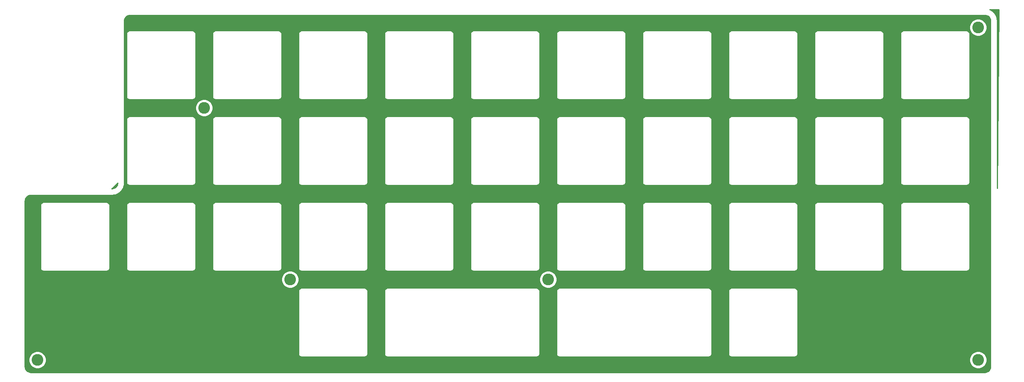
<source format=gbr>
G04 #@! TF.GenerationSoftware,KiCad,Pcbnew,(5.1.0-0)*
G04 #@! TF.CreationDate,2019-06-07T13:16:51+08:00*
G04 #@! TF.ProjectId,TopPlate,546f7050-6c61-4746-952e-6b696361645f,rev?*
G04 #@! TF.SameCoordinates,Original*
G04 #@! TF.FileFunction,Copper,L2,Bot*
G04 #@! TF.FilePolarity,Positive*
%FSLAX46Y46*%
G04 Gerber Fmt 4.6, Leading zero omitted, Abs format (unit mm)*
G04 Created by KiCad (PCBNEW (5.1.0-0)) date 2019-06-07 13:16:51*
%MOMM*%
%LPD*%
G04 APERTURE LIST*
%ADD10C,2.600000*%
%ADD11C,0.254000*%
G04 APERTURE END LIST*
D10*
X89080000Y-100230000D03*
X70030000Y-62130000D03*
X241480000Y-118090000D03*
X241480000Y-44270000D03*
X146230000Y-100230000D03*
X33120000Y-118100000D03*
D11*
G36*
X243221771Y-41538049D02*
G01*
X243457462Y-41609208D01*
X243674839Y-41724791D01*
X243865629Y-41880395D01*
X244022561Y-42070093D01*
X244139656Y-42286657D01*
X244212459Y-42521844D01*
X244241751Y-42800537D01*
X244241750Y-119552553D01*
X244214201Y-119833521D01*
X244143041Y-120069212D01*
X244027461Y-120286588D01*
X243871854Y-120477379D01*
X243682158Y-120634311D01*
X243465593Y-120751406D01*
X243230406Y-120824209D01*
X242951722Y-120853500D01*
X31658697Y-120853500D01*
X31377729Y-120825951D01*
X31142038Y-120754791D01*
X30924662Y-120639211D01*
X30733871Y-120483604D01*
X30576939Y-120293908D01*
X30459844Y-120077343D01*
X30387041Y-119842156D01*
X30357750Y-119563472D01*
X30357750Y-117909419D01*
X31185000Y-117909419D01*
X31185000Y-118290581D01*
X31259361Y-118664419D01*
X31405225Y-119016566D01*
X31616987Y-119333491D01*
X31886509Y-119603013D01*
X32203434Y-119814775D01*
X32555581Y-119960639D01*
X32929419Y-120035000D01*
X33310581Y-120035000D01*
X33684419Y-119960639D01*
X34036566Y-119814775D01*
X34353491Y-119603013D01*
X34623013Y-119333491D01*
X34834775Y-119016566D01*
X34980639Y-118664419D01*
X35055000Y-118290581D01*
X35055000Y-117909419D01*
X35053011Y-117899419D01*
X239545000Y-117899419D01*
X239545000Y-118280581D01*
X239619361Y-118654419D01*
X239765225Y-119006566D01*
X239976987Y-119323491D01*
X240246509Y-119593013D01*
X240563434Y-119804775D01*
X240915581Y-119950639D01*
X241289419Y-120025000D01*
X241670581Y-120025000D01*
X242044419Y-119950639D01*
X242396566Y-119804775D01*
X242713491Y-119593013D01*
X242983013Y-119323491D01*
X243194775Y-119006566D01*
X243340639Y-118654419D01*
X243415000Y-118280581D01*
X243415000Y-117899419D01*
X243340639Y-117525581D01*
X243194775Y-117173434D01*
X242983013Y-116856509D01*
X242713491Y-116586987D01*
X242396566Y-116375225D01*
X242044419Y-116229361D01*
X241670581Y-116155000D01*
X241289419Y-116155000D01*
X240915581Y-116229361D01*
X240563434Y-116375225D01*
X240246509Y-116586987D01*
X239976987Y-116856509D01*
X239765225Y-117173434D01*
X239619361Y-117525581D01*
X239545000Y-117899419D01*
X35053011Y-117899419D01*
X34980639Y-117535581D01*
X34834775Y-117183434D01*
X34623013Y-116866509D01*
X34353491Y-116596987D01*
X34036566Y-116385225D01*
X33684419Y-116239361D01*
X33310581Y-116165000D01*
X32929419Y-116165000D01*
X32555581Y-116239361D01*
X32203434Y-116385225D01*
X31886509Y-116596987D01*
X31616987Y-116866509D01*
X31405225Y-117183434D01*
X31259361Y-117535581D01*
X31185000Y-117909419D01*
X30357750Y-117909419D01*
X30357750Y-102831500D01*
X90940194Y-102831500D01*
X90943750Y-102867605D01*
X90943751Y-116645385D01*
X90940194Y-116681500D01*
X90954385Y-116825585D01*
X90996413Y-116964133D01*
X91064663Y-117091820D01*
X91156512Y-117203738D01*
X91268430Y-117295587D01*
X91396117Y-117363837D01*
X91534665Y-117405865D01*
X91642645Y-117416500D01*
X91678750Y-117420056D01*
X91714855Y-117416500D01*
X105492645Y-117416500D01*
X105528750Y-117420056D01*
X105564855Y-117416500D01*
X105672835Y-117405865D01*
X105811383Y-117363837D01*
X105939070Y-117295587D01*
X106050988Y-117203738D01*
X106142837Y-117091820D01*
X106211087Y-116964133D01*
X106253115Y-116825585D01*
X106267306Y-116681500D01*
X106263750Y-116645395D01*
X106263750Y-102867605D01*
X106267306Y-102831500D01*
X109990194Y-102831500D01*
X109993751Y-102867615D01*
X109993750Y-116645395D01*
X109990194Y-116681500D01*
X110004385Y-116825585D01*
X110046413Y-116964133D01*
X110114663Y-117091820D01*
X110206512Y-117203738D01*
X110318430Y-117295587D01*
X110446117Y-117363837D01*
X110584665Y-117405865D01*
X110728750Y-117420056D01*
X110764855Y-117416500D01*
X143592645Y-117416500D01*
X143628750Y-117420056D01*
X143664855Y-117416500D01*
X143772835Y-117405865D01*
X143911383Y-117363837D01*
X144039070Y-117295587D01*
X144150988Y-117203738D01*
X144242837Y-117091820D01*
X144311087Y-116964133D01*
X144353115Y-116825585D01*
X144367306Y-116681500D01*
X144363750Y-116645395D01*
X144363750Y-102867605D01*
X144367306Y-102831500D01*
X148090194Y-102831500D01*
X148093750Y-102867605D01*
X148093751Y-116645385D01*
X148090194Y-116681500D01*
X148104385Y-116825585D01*
X148146413Y-116964133D01*
X148214663Y-117091820D01*
X148306512Y-117203738D01*
X148418430Y-117295587D01*
X148546117Y-117363837D01*
X148684665Y-117405865D01*
X148792645Y-117416500D01*
X148828750Y-117420056D01*
X148864855Y-117416500D01*
X181692645Y-117416500D01*
X181728750Y-117420056D01*
X181764855Y-117416500D01*
X181872835Y-117405865D01*
X182011383Y-117363837D01*
X182139070Y-117295587D01*
X182250988Y-117203738D01*
X182342837Y-117091820D01*
X182411087Y-116964133D01*
X182453115Y-116825585D01*
X182467306Y-116681500D01*
X182463750Y-116645395D01*
X182463750Y-102867605D01*
X182467306Y-102831500D01*
X186190194Y-102831500D01*
X186193751Y-102867615D01*
X186193750Y-116645395D01*
X186190194Y-116681500D01*
X186204385Y-116825585D01*
X186246413Y-116964133D01*
X186314663Y-117091820D01*
X186406512Y-117203738D01*
X186518430Y-117295587D01*
X186646117Y-117363837D01*
X186784665Y-117405865D01*
X186928750Y-117420056D01*
X186964855Y-117416500D01*
X200742645Y-117416500D01*
X200778750Y-117420056D01*
X200814855Y-117416500D01*
X200922835Y-117405865D01*
X201061383Y-117363837D01*
X201189070Y-117295587D01*
X201300988Y-117203738D01*
X201392837Y-117091820D01*
X201461087Y-116964133D01*
X201503115Y-116825585D01*
X201517306Y-116681500D01*
X201513750Y-116645395D01*
X201513750Y-102867605D01*
X201517306Y-102831500D01*
X201503115Y-102687415D01*
X201461087Y-102548867D01*
X201392837Y-102421180D01*
X201300988Y-102309262D01*
X201189070Y-102217413D01*
X201061383Y-102149163D01*
X200922835Y-102107135D01*
X200814855Y-102096500D01*
X200778750Y-102092944D01*
X200742645Y-102096500D01*
X186964855Y-102096500D01*
X186928750Y-102092944D01*
X186892645Y-102096500D01*
X186784665Y-102107135D01*
X186646117Y-102149163D01*
X186518430Y-102217413D01*
X186406512Y-102309262D01*
X186314663Y-102421180D01*
X186246413Y-102548867D01*
X186204385Y-102687415D01*
X186190194Y-102831500D01*
X182467306Y-102831500D01*
X182453115Y-102687415D01*
X182411087Y-102548867D01*
X182342837Y-102421180D01*
X182250988Y-102309262D01*
X182139070Y-102217413D01*
X182011383Y-102149163D01*
X181872835Y-102107135D01*
X181764855Y-102096500D01*
X181728750Y-102092944D01*
X181692645Y-102096500D01*
X148864855Y-102096500D01*
X148828750Y-102092944D01*
X148792645Y-102096500D01*
X148684665Y-102107135D01*
X148546117Y-102149163D01*
X148418430Y-102217413D01*
X148306512Y-102309262D01*
X148214663Y-102421180D01*
X148146413Y-102548867D01*
X148104385Y-102687415D01*
X148090194Y-102831500D01*
X144367306Y-102831500D01*
X144353115Y-102687415D01*
X144311087Y-102548867D01*
X144242837Y-102421180D01*
X144150988Y-102309262D01*
X144039070Y-102217413D01*
X143911383Y-102149163D01*
X143772835Y-102107135D01*
X143664855Y-102096500D01*
X143628750Y-102092944D01*
X143592645Y-102096500D01*
X110764855Y-102096500D01*
X110728750Y-102092944D01*
X110692645Y-102096500D01*
X110584665Y-102107135D01*
X110446117Y-102149163D01*
X110318430Y-102217413D01*
X110206512Y-102309262D01*
X110114663Y-102421180D01*
X110046413Y-102548867D01*
X110004385Y-102687415D01*
X109990194Y-102831500D01*
X106267306Y-102831500D01*
X106253115Y-102687415D01*
X106211087Y-102548867D01*
X106142837Y-102421180D01*
X106050988Y-102309262D01*
X105939070Y-102217413D01*
X105811383Y-102149163D01*
X105672835Y-102107135D01*
X105564855Y-102096500D01*
X105528750Y-102092944D01*
X105492645Y-102096500D01*
X91714855Y-102096500D01*
X91678750Y-102092944D01*
X91642645Y-102096500D01*
X91534665Y-102107135D01*
X91396117Y-102149163D01*
X91268430Y-102217413D01*
X91156512Y-102309262D01*
X91064663Y-102421180D01*
X90996413Y-102548867D01*
X90954385Y-102687415D01*
X90940194Y-102831500D01*
X30357750Y-102831500D01*
X30357750Y-100039419D01*
X87145000Y-100039419D01*
X87145000Y-100420581D01*
X87219361Y-100794419D01*
X87365225Y-101146566D01*
X87576987Y-101463491D01*
X87846509Y-101733013D01*
X88163434Y-101944775D01*
X88515581Y-102090639D01*
X88889419Y-102165000D01*
X89270581Y-102165000D01*
X89644419Y-102090639D01*
X89996566Y-101944775D01*
X90313491Y-101733013D01*
X90583013Y-101463491D01*
X90794775Y-101146566D01*
X90940639Y-100794419D01*
X91015000Y-100420581D01*
X91015000Y-100039419D01*
X144295000Y-100039419D01*
X144295000Y-100420581D01*
X144369361Y-100794419D01*
X144515225Y-101146566D01*
X144726987Y-101463491D01*
X144996509Y-101733013D01*
X145313434Y-101944775D01*
X145665581Y-102090639D01*
X146039419Y-102165000D01*
X146420581Y-102165000D01*
X146794419Y-102090639D01*
X147146566Y-101944775D01*
X147463491Y-101733013D01*
X147733013Y-101463491D01*
X147944775Y-101146566D01*
X148090639Y-100794419D01*
X148165000Y-100420581D01*
X148165000Y-100039419D01*
X148090639Y-99665581D01*
X147944775Y-99313434D01*
X147733013Y-98996509D01*
X147463491Y-98726987D01*
X147146566Y-98515225D01*
X146794419Y-98369361D01*
X146420581Y-98295000D01*
X146039419Y-98295000D01*
X145665581Y-98369361D01*
X145313434Y-98515225D01*
X144996509Y-98726987D01*
X144726987Y-98996509D01*
X144515225Y-99313434D01*
X144369361Y-99665581D01*
X144295000Y-100039419D01*
X91015000Y-100039419D01*
X90940639Y-99665581D01*
X90794775Y-99313434D01*
X90583013Y-98996509D01*
X90313491Y-98726987D01*
X89996566Y-98515225D01*
X89644419Y-98369361D01*
X89270581Y-98295000D01*
X88889419Y-98295000D01*
X88515581Y-98369361D01*
X88163434Y-98515225D01*
X87846509Y-98726987D01*
X87576987Y-98996509D01*
X87365225Y-99313434D01*
X87219361Y-99665581D01*
X87145000Y-100039419D01*
X30357750Y-100039419D01*
X30357750Y-83781500D01*
X33790194Y-83781500D01*
X33793751Y-83817615D01*
X33793750Y-97595395D01*
X33790194Y-97631500D01*
X33804385Y-97775585D01*
X33846413Y-97914133D01*
X33914663Y-98041820D01*
X34006512Y-98153738D01*
X34118430Y-98245587D01*
X34246117Y-98313837D01*
X34384665Y-98355865D01*
X34528750Y-98370056D01*
X34564855Y-98366500D01*
X48342645Y-98366500D01*
X48378750Y-98370056D01*
X48414855Y-98366500D01*
X48522835Y-98355865D01*
X48661383Y-98313837D01*
X48789070Y-98245587D01*
X48900988Y-98153738D01*
X48992837Y-98041820D01*
X49061087Y-97914133D01*
X49103115Y-97775585D01*
X49117306Y-97631500D01*
X49113750Y-97595395D01*
X49113750Y-83817605D01*
X49117306Y-83781500D01*
X52840194Y-83781500D01*
X52843750Y-83817605D01*
X52843751Y-97595385D01*
X52840194Y-97631500D01*
X52854385Y-97775585D01*
X52896413Y-97914133D01*
X52964663Y-98041820D01*
X53056512Y-98153738D01*
X53168430Y-98245587D01*
X53296117Y-98313837D01*
X53434665Y-98355865D01*
X53542645Y-98366500D01*
X53578750Y-98370056D01*
X53614855Y-98366500D01*
X67392645Y-98366500D01*
X67428750Y-98370056D01*
X67464855Y-98366500D01*
X67572835Y-98355865D01*
X67711383Y-98313837D01*
X67839070Y-98245587D01*
X67950988Y-98153738D01*
X68042837Y-98041820D01*
X68111087Y-97914133D01*
X68153115Y-97775585D01*
X68167306Y-97631500D01*
X68163750Y-97595395D01*
X68163750Y-83817605D01*
X68167306Y-83781500D01*
X71890194Y-83781500D01*
X71893751Y-83817615D01*
X71893750Y-97595395D01*
X71890194Y-97631500D01*
X71904385Y-97775585D01*
X71946413Y-97914133D01*
X72014663Y-98041820D01*
X72106512Y-98153738D01*
X72218430Y-98245587D01*
X72346117Y-98313837D01*
X72484665Y-98355865D01*
X72628750Y-98370056D01*
X72664855Y-98366500D01*
X86442645Y-98366500D01*
X86478750Y-98370056D01*
X86514855Y-98366500D01*
X86622835Y-98355865D01*
X86761383Y-98313837D01*
X86889070Y-98245587D01*
X87000988Y-98153738D01*
X87092837Y-98041820D01*
X87161087Y-97914133D01*
X87203115Y-97775585D01*
X87217306Y-97631500D01*
X87213750Y-97595395D01*
X87213750Y-83817605D01*
X87217306Y-83781500D01*
X90940194Y-83781500D01*
X90943750Y-83817605D01*
X90943751Y-97595385D01*
X90940194Y-97631500D01*
X90954385Y-97775585D01*
X90996413Y-97914133D01*
X91064663Y-98041820D01*
X91156512Y-98153738D01*
X91268430Y-98245587D01*
X91396117Y-98313837D01*
X91534665Y-98355865D01*
X91642645Y-98366500D01*
X91678750Y-98370056D01*
X91714855Y-98366500D01*
X105492645Y-98366500D01*
X105528750Y-98370056D01*
X105564855Y-98366500D01*
X105672835Y-98355865D01*
X105811383Y-98313837D01*
X105939070Y-98245587D01*
X106050988Y-98153738D01*
X106142837Y-98041820D01*
X106211087Y-97914133D01*
X106253115Y-97775585D01*
X106267306Y-97631500D01*
X106263750Y-97595395D01*
X106263750Y-83817605D01*
X106267306Y-83781500D01*
X109990194Y-83781500D01*
X109993750Y-83817605D01*
X109993751Y-97595385D01*
X109990194Y-97631500D01*
X110004385Y-97775585D01*
X110046413Y-97914133D01*
X110114663Y-98041820D01*
X110206512Y-98153738D01*
X110318430Y-98245587D01*
X110446117Y-98313837D01*
X110584665Y-98355865D01*
X110692645Y-98366500D01*
X110728750Y-98370056D01*
X110764855Y-98366500D01*
X124542645Y-98366500D01*
X124578750Y-98370056D01*
X124614855Y-98366500D01*
X124722835Y-98355865D01*
X124861383Y-98313837D01*
X124989070Y-98245587D01*
X125100988Y-98153738D01*
X125192837Y-98041820D01*
X125261087Y-97914133D01*
X125303115Y-97775585D01*
X125317306Y-97631500D01*
X125313750Y-97595395D01*
X125313750Y-83817605D01*
X125317306Y-83781500D01*
X129040194Y-83781500D01*
X129043751Y-83817615D01*
X129043750Y-97595395D01*
X129040194Y-97631500D01*
X129054385Y-97775585D01*
X129096413Y-97914133D01*
X129164663Y-98041820D01*
X129256512Y-98153738D01*
X129368430Y-98245587D01*
X129496117Y-98313837D01*
X129634665Y-98355865D01*
X129778750Y-98370056D01*
X129814855Y-98366500D01*
X143592645Y-98366500D01*
X143628750Y-98370056D01*
X143664855Y-98366500D01*
X143772835Y-98355865D01*
X143911383Y-98313837D01*
X144039070Y-98245587D01*
X144150988Y-98153738D01*
X144242837Y-98041820D01*
X144311087Y-97914133D01*
X144353115Y-97775585D01*
X144367306Y-97631500D01*
X144363750Y-97595395D01*
X144363750Y-83817605D01*
X144367306Y-83781500D01*
X148090194Y-83781500D01*
X148093751Y-83817615D01*
X148093750Y-97595395D01*
X148090194Y-97631500D01*
X148104385Y-97775585D01*
X148146413Y-97914133D01*
X148214663Y-98041820D01*
X148306512Y-98153738D01*
X148418430Y-98245587D01*
X148546117Y-98313837D01*
X148684665Y-98355865D01*
X148828750Y-98370056D01*
X148864855Y-98366500D01*
X162642645Y-98366500D01*
X162678750Y-98370056D01*
X162714855Y-98366500D01*
X162822835Y-98355865D01*
X162961383Y-98313837D01*
X163089070Y-98245587D01*
X163200988Y-98153738D01*
X163292837Y-98041820D01*
X163361087Y-97914133D01*
X163403115Y-97775585D01*
X163417306Y-97631500D01*
X163413750Y-97595395D01*
X163413750Y-83817605D01*
X163417306Y-83781500D01*
X167140194Y-83781500D01*
X167143751Y-83817615D01*
X167143750Y-97595395D01*
X167140194Y-97631500D01*
X167154385Y-97775585D01*
X167196413Y-97914133D01*
X167264663Y-98041820D01*
X167356512Y-98153738D01*
X167468430Y-98245587D01*
X167596117Y-98313837D01*
X167734665Y-98355865D01*
X167878750Y-98370056D01*
X167914855Y-98366500D01*
X181692645Y-98366500D01*
X181728750Y-98370056D01*
X181764855Y-98366500D01*
X181872835Y-98355865D01*
X182011383Y-98313837D01*
X182139070Y-98245587D01*
X182250988Y-98153738D01*
X182342837Y-98041820D01*
X182411087Y-97914133D01*
X182453115Y-97775585D01*
X182467306Y-97631500D01*
X182463750Y-97595395D01*
X182463750Y-83817605D01*
X182467306Y-83781500D01*
X186190194Y-83781500D01*
X186193751Y-83817615D01*
X186193750Y-97595395D01*
X186190194Y-97631500D01*
X186204385Y-97775585D01*
X186246413Y-97914133D01*
X186314663Y-98041820D01*
X186406512Y-98153738D01*
X186518430Y-98245587D01*
X186646117Y-98313837D01*
X186784665Y-98355865D01*
X186928750Y-98370056D01*
X186964855Y-98366500D01*
X200742645Y-98366500D01*
X200778750Y-98370056D01*
X200814855Y-98366500D01*
X200922835Y-98355865D01*
X201061383Y-98313837D01*
X201189070Y-98245587D01*
X201300988Y-98153738D01*
X201392837Y-98041820D01*
X201461087Y-97914133D01*
X201503115Y-97775585D01*
X201517306Y-97631500D01*
X201513750Y-97595395D01*
X201513750Y-83817605D01*
X201517306Y-83781500D01*
X205240194Y-83781500D01*
X205243750Y-83817605D01*
X205243751Y-97595385D01*
X205240194Y-97631500D01*
X205254385Y-97775585D01*
X205296413Y-97914133D01*
X205364663Y-98041820D01*
X205456512Y-98153738D01*
X205568430Y-98245587D01*
X205696117Y-98313837D01*
X205834665Y-98355865D01*
X205942645Y-98366500D01*
X205978750Y-98370056D01*
X206014855Y-98366500D01*
X219792645Y-98366500D01*
X219828750Y-98370056D01*
X219864855Y-98366500D01*
X219972835Y-98355865D01*
X220111383Y-98313837D01*
X220239070Y-98245587D01*
X220350988Y-98153738D01*
X220442837Y-98041820D01*
X220511087Y-97914133D01*
X220553115Y-97775585D01*
X220567306Y-97631500D01*
X220563750Y-97595395D01*
X220563750Y-83817605D01*
X220567306Y-83781500D01*
X224290194Y-83781500D01*
X224293751Y-83817615D01*
X224293750Y-97595395D01*
X224290194Y-97631500D01*
X224304385Y-97775585D01*
X224346413Y-97914133D01*
X224414663Y-98041820D01*
X224506512Y-98153738D01*
X224618430Y-98245587D01*
X224746117Y-98313837D01*
X224884665Y-98355865D01*
X225028750Y-98370056D01*
X225064855Y-98366500D01*
X238842645Y-98366500D01*
X238878750Y-98370056D01*
X238914855Y-98366500D01*
X239022835Y-98355865D01*
X239161383Y-98313837D01*
X239289070Y-98245587D01*
X239400988Y-98153738D01*
X239492837Y-98041820D01*
X239561087Y-97914133D01*
X239603115Y-97775585D01*
X239617306Y-97631500D01*
X239613750Y-97595395D01*
X239613750Y-83817605D01*
X239617306Y-83781500D01*
X239603115Y-83637415D01*
X239561087Y-83498867D01*
X239492837Y-83371180D01*
X239400988Y-83259262D01*
X239289070Y-83167413D01*
X239161383Y-83099163D01*
X239022835Y-83057135D01*
X238914855Y-83046500D01*
X238878750Y-83042944D01*
X238842645Y-83046500D01*
X225064855Y-83046500D01*
X225028750Y-83042944D01*
X224992645Y-83046500D01*
X224884665Y-83057135D01*
X224746117Y-83099163D01*
X224618430Y-83167413D01*
X224506512Y-83259262D01*
X224414663Y-83371180D01*
X224346413Y-83498867D01*
X224304385Y-83637415D01*
X224290194Y-83781500D01*
X220567306Y-83781500D01*
X220553115Y-83637415D01*
X220511087Y-83498867D01*
X220442837Y-83371180D01*
X220350988Y-83259262D01*
X220239070Y-83167413D01*
X220111383Y-83099163D01*
X219972835Y-83057135D01*
X219864855Y-83046500D01*
X219828750Y-83042944D01*
X219792645Y-83046500D01*
X206014855Y-83046500D01*
X205978750Y-83042944D01*
X205942645Y-83046500D01*
X205834665Y-83057135D01*
X205696117Y-83099163D01*
X205568430Y-83167413D01*
X205456512Y-83259262D01*
X205364663Y-83371180D01*
X205296413Y-83498867D01*
X205254385Y-83637415D01*
X205240194Y-83781500D01*
X201517306Y-83781500D01*
X201503115Y-83637415D01*
X201461087Y-83498867D01*
X201392837Y-83371180D01*
X201300988Y-83259262D01*
X201189070Y-83167413D01*
X201061383Y-83099163D01*
X200922835Y-83057135D01*
X200814855Y-83046500D01*
X200778750Y-83042944D01*
X200742645Y-83046500D01*
X186964855Y-83046500D01*
X186928750Y-83042944D01*
X186892645Y-83046500D01*
X186784665Y-83057135D01*
X186646117Y-83099163D01*
X186518430Y-83167413D01*
X186406512Y-83259262D01*
X186314663Y-83371180D01*
X186246413Y-83498867D01*
X186204385Y-83637415D01*
X186190194Y-83781500D01*
X182467306Y-83781500D01*
X182453115Y-83637415D01*
X182411087Y-83498867D01*
X182342837Y-83371180D01*
X182250988Y-83259262D01*
X182139070Y-83167413D01*
X182011383Y-83099163D01*
X181872835Y-83057135D01*
X181764855Y-83046500D01*
X181728750Y-83042944D01*
X181692645Y-83046500D01*
X167914855Y-83046500D01*
X167878750Y-83042944D01*
X167842645Y-83046500D01*
X167734665Y-83057135D01*
X167596117Y-83099163D01*
X167468430Y-83167413D01*
X167356512Y-83259262D01*
X167264663Y-83371180D01*
X167196413Y-83498867D01*
X167154385Y-83637415D01*
X167140194Y-83781500D01*
X163417306Y-83781500D01*
X163403115Y-83637415D01*
X163361087Y-83498867D01*
X163292837Y-83371180D01*
X163200988Y-83259262D01*
X163089070Y-83167413D01*
X162961383Y-83099163D01*
X162822835Y-83057135D01*
X162714855Y-83046500D01*
X162678750Y-83042944D01*
X162642645Y-83046500D01*
X148864855Y-83046500D01*
X148828750Y-83042944D01*
X148792645Y-83046500D01*
X148684665Y-83057135D01*
X148546117Y-83099163D01*
X148418430Y-83167413D01*
X148306512Y-83259262D01*
X148214663Y-83371180D01*
X148146413Y-83498867D01*
X148104385Y-83637415D01*
X148090194Y-83781500D01*
X144367306Y-83781500D01*
X144353115Y-83637415D01*
X144311087Y-83498867D01*
X144242837Y-83371180D01*
X144150988Y-83259262D01*
X144039070Y-83167413D01*
X143911383Y-83099163D01*
X143772835Y-83057135D01*
X143664855Y-83046500D01*
X143628750Y-83042944D01*
X143592645Y-83046500D01*
X129814855Y-83046500D01*
X129778750Y-83042944D01*
X129742645Y-83046500D01*
X129634665Y-83057135D01*
X129496117Y-83099163D01*
X129368430Y-83167413D01*
X129256512Y-83259262D01*
X129164663Y-83371180D01*
X129096413Y-83498867D01*
X129054385Y-83637415D01*
X129040194Y-83781500D01*
X125317306Y-83781500D01*
X125303115Y-83637415D01*
X125261087Y-83498867D01*
X125192837Y-83371180D01*
X125100988Y-83259262D01*
X124989070Y-83167413D01*
X124861383Y-83099163D01*
X124722835Y-83057135D01*
X124614855Y-83046500D01*
X124578750Y-83042944D01*
X124542645Y-83046500D01*
X110764855Y-83046500D01*
X110728750Y-83042944D01*
X110692645Y-83046500D01*
X110584665Y-83057135D01*
X110446117Y-83099163D01*
X110318430Y-83167413D01*
X110206512Y-83259262D01*
X110114663Y-83371180D01*
X110046413Y-83498867D01*
X110004385Y-83637415D01*
X109990194Y-83781500D01*
X106267306Y-83781500D01*
X106253115Y-83637415D01*
X106211087Y-83498867D01*
X106142837Y-83371180D01*
X106050988Y-83259262D01*
X105939070Y-83167413D01*
X105811383Y-83099163D01*
X105672835Y-83057135D01*
X105564855Y-83046500D01*
X105528750Y-83042944D01*
X105492645Y-83046500D01*
X91714855Y-83046500D01*
X91678750Y-83042944D01*
X91642645Y-83046500D01*
X91534665Y-83057135D01*
X91396117Y-83099163D01*
X91268430Y-83167413D01*
X91156512Y-83259262D01*
X91064663Y-83371180D01*
X90996413Y-83498867D01*
X90954385Y-83637415D01*
X90940194Y-83781500D01*
X87217306Y-83781500D01*
X87203115Y-83637415D01*
X87161087Y-83498867D01*
X87092837Y-83371180D01*
X87000988Y-83259262D01*
X86889070Y-83167413D01*
X86761383Y-83099163D01*
X86622835Y-83057135D01*
X86514855Y-83046500D01*
X86478750Y-83042944D01*
X86442645Y-83046500D01*
X72664855Y-83046500D01*
X72628750Y-83042944D01*
X72592645Y-83046500D01*
X72484665Y-83057135D01*
X72346117Y-83099163D01*
X72218430Y-83167413D01*
X72106512Y-83259262D01*
X72014663Y-83371180D01*
X71946413Y-83498867D01*
X71904385Y-83637415D01*
X71890194Y-83781500D01*
X68167306Y-83781500D01*
X68153115Y-83637415D01*
X68111087Y-83498867D01*
X68042837Y-83371180D01*
X67950988Y-83259262D01*
X67839070Y-83167413D01*
X67711383Y-83099163D01*
X67572835Y-83057135D01*
X67464855Y-83046500D01*
X67428750Y-83042944D01*
X67392645Y-83046500D01*
X53614855Y-83046500D01*
X53578750Y-83042944D01*
X53542645Y-83046500D01*
X53434665Y-83057135D01*
X53296117Y-83099163D01*
X53168430Y-83167413D01*
X53056512Y-83259262D01*
X52964663Y-83371180D01*
X52896413Y-83498867D01*
X52854385Y-83637415D01*
X52840194Y-83781500D01*
X49117306Y-83781500D01*
X49103115Y-83637415D01*
X49061087Y-83498867D01*
X48992837Y-83371180D01*
X48900988Y-83259262D01*
X48789070Y-83167413D01*
X48661383Y-83099163D01*
X48522835Y-83057135D01*
X48414855Y-83046500D01*
X48378750Y-83042944D01*
X48342645Y-83046500D01*
X34564855Y-83046500D01*
X34528750Y-83042944D01*
X34492645Y-83046500D01*
X34384665Y-83057135D01*
X34246117Y-83099163D01*
X34118430Y-83167413D01*
X34006512Y-83259262D01*
X33914663Y-83371180D01*
X33846413Y-83498867D01*
X33804385Y-83637415D01*
X33790194Y-83781500D01*
X30357750Y-83781500D01*
X30357750Y-82811447D01*
X30385299Y-82530479D01*
X30456458Y-82294788D01*
X30572041Y-82077411D01*
X30727645Y-81886621D01*
X30917343Y-81729689D01*
X31133907Y-81612594D01*
X31369094Y-81539791D01*
X31647778Y-81510500D01*
X49658855Y-81510500D01*
X49690944Y-81507339D01*
X49703329Y-81507426D01*
X49713542Y-81506425D01*
X50101735Y-81465624D01*
X50167017Y-81452223D01*
X50232427Y-81439745D01*
X50242251Y-81436780D01*
X50615126Y-81321356D01*
X50676606Y-81295512D01*
X50738303Y-81270585D01*
X50747364Y-81265768D01*
X51090719Y-81080117D01*
X51145974Y-81042847D01*
X51201691Y-81006387D01*
X51209644Y-80999901D01*
X51510398Y-80751095D01*
X51557376Y-80703788D01*
X51604933Y-80657217D01*
X51611475Y-80649310D01*
X51858176Y-80346825D01*
X51895055Y-80291317D01*
X51932677Y-80236372D01*
X51937558Y-80227345D01*
X52120808Y-79882704D01*
X52146210Y-79821074D01*
X52172437Y-79759882D01*
X52175472Y-79750079D01*
X52288290Y-79376407D01*
X52301233Y-79311040D01*
X52315079Y-79245899D01*
X52316152Y-79235693D01*
X52354242Y-78847224D01*
X52354242Y-78847223D01*
X52357750Y-78811605D01*
X52357750Y-64731500D01*
X52840194Y-64731500D01*
X52843751Y-64767615D01*
X52843750Y-78545395D01*
X52840194Y-78581500D01*
X52854385Y-78725585D01*
X52896413Y-78864133D01*
X52964663Y-78991820D01*
X53056512Y-79103738D01*
X53156529Y-79185820D01*
X53168430Y-79195587D01*
X53296117Y-79263837D01*
X53434665Y-79305865D01*
X53578750Y-79320056D01*
X53614855Y-79316500D01*
X67392645Y-79316500D01*
X67428750Y-79320056D01*
X67464855Y-79316500D01*
X67572835Y-79305865D01*
X67711383Y-79263837D01*
X67839070Y-79195587D01*
X67950988Y-79103738D01*
X68042837Y-78991820D01*
X68111087Y-78864133D01*
X68153115Y-78725585D01*
X68167306Y-78581500D01*
X68163750Y-78545395D01*
X68163750Y-64767605D01*
X68167306Y-64731500D01*
X71890194Y-64731500D01*
X71893750Y-64767605D01*
X71893751Y-78545385D01*
X71890194Y-78581500D01*
X71904385Y-78725585D01*
X71946413Y-78864133D01*
X72014663Y-78991820D01*
X72106512Y-79103738D01*
X72218430Y-79195587D01*
X72346117Y-79263837D01*
X72484665Y-79305865D01*
X72592645Y-79316500D01*
X72628750Y-79320056D01*
X72664855Y-79316500D01*
X86442645Y-79316500D01*
X86478750Y-79320056D01*
X86514855Y-79316500D01*
X86622835Y-79305865D01*
X86761383Y-79263837D01*
X86889070Y-79195587D01*
X87000988Y-79103738D01*
X87092837Y-78991820D01*
X87161087Y-78864133D01*
X87203115Y-78725585D01*
X87217306Y-78581500D01*
X87213750Y-78545395D01*
X87213750Y-64767605D01*
X87217306Y-64731500D01*
X90940194Y-64731500D01*
X90943750Y-64767605D01*
X90943751Y-78545385D01*
X90940194Y-78581500D01*
X90954385Y-78725585D01*
X90996413Y-78864133D01*
X91064663Y-78991820D01*
X91156512Y-79103738D01*
X91268430Y-79195587D01*
X91396117Y-79263837D01*
X91534665Y-79305865D01*
X91642645Y-79316500D01*
X91678750Y-79320056D01*
X91714855Y-79316500D01*
X105492645Y-79316500D01*
X105528750Y-79320056D01*
X105564855Y-79316500D01*
X105672835Y-79305865D01*
X105811383Y-79263837D01*
X105939070Y-79195587D01*
X106050988Y-79103738D01*
X106142837Y-78991820D01*
X106211087Y-78864133D01*
X106253115Y-78725585D01*
X106267306Y-78581500D01*
X106263750Y-78545395D01*
X106263750Y-64767605D01*
X106267306Y-64731500D01*
X109990194Y-64731500D01*
X109993750Y-64767605D01*
X109993751Y-78545385D01*
X109990194Y-78581500D01*
X110004385Y-78725585D01*
X110046413Y-78864133D01*
X110114663Y-78991820D01*
X110206512Y-79103738D01*
X110318430Y-79195587D01*
X110446117Y-79263837D01*
X110584665Y-79305865D01*
X110692645Y-79316500D01*
X110728750Y-79320056D01*
X110764855Y-79316500D01*
X124542645Y-79316500D01*
X124578750Y-79320056D01*
X124614855Y-79316500D01*
X124722835Y-79305865D01*
X124861383Y-79263837D01*
X124989070Y-79195587D01*
X125100988Y-79103738D01*
X125192837Y-78991820D01*
X125261087Y-78864133D01*
X125303115Y-78725585D01*
X125317306Y-78581500D01*
X125313750Y-78545395D01*
X125313750Y-64767605D01*
X125317306Y-64731500D01*
X129040194Y-64731500D01*
X129043751Y-64767615D01*
X129043750Y-78545395D01*
X129040194Y-78581500D01*
X129054385Y-78725585D01*
X129096413Y-78864133D01*
X129164663Y-78991820D01*
X129256512Y-79103738D01*
X129356529Y-79185820D01*
X129368430Y-79195587D01*
X129496117Y-79263837D01*
X129634665Y-79305865D01*
X129778750Y-79320056D01*
X129814855Y-79316500D01*
X143592645Y-79316500D01*
X143628750Y-79320056D01*
X143664855Y-79316500D01*
X143772835Y-79305865D01*
X143911383Y-79263837D01*
X144039070Y-79195587D01*
X144150988Y-79103738D01*
X144242837Y-78991820D01*
X144311087Y-78864133D01*
X144353115Y-78725585D01*
X144367306Y-78581500D01*
X144363750Y-78545395D01*
X144363750Y-64767605D01*
X144367306Y-64731500D01*
X148090194Y-64731500D01*
X148093751Y-64767615D01*
X148093750Y-78545395D01*
X148090194Y-78581500D01*
X148104385Y-78725585D01*
X148146413Y-78864133D01*
X148214663Y-78991820D01*
X148306512Y-79103738D01*
X148406529Y-79185820D01*
X148418430Y-79195587D01*
X148546117Y-79263837D01*
X148684665Y-79305865D01*
X148828750Y-79320056D01*
X148864855Y-79316500D01*
X162642645Y-79316500D01*
X162678750Y-79320056D01*
X162714855Y-79316500D01*
X162822835Y-79305865D01*
X162961383Y-79263837D01*
X163089070Y-79195587D01*
X163200988Y-79103738D01*
X163292837Y-78991820D01*
X163361087Y-78864133D01*
X163403115Y-78725585D01*
X163417306Y-78581500D01*
X163413750Y-78545395D01*
X163413750Y-64767605D01*
X163417306Y-64731500D01*
X167140194Y-64731500D01*
X167143751Y-64767615D01*
X167143750Y-78545395D01*
X167140194Y-78581500D01*
X167154385Y-78725585D01*
X167196413Y-78864133D01*
X167264663Y-78991820D01*
X167356512Y-79103738D01*
X167456529Y-79185820D01*
X167468430Y-79195587D01*
X167596117Y-79263837D01*
X167734665Y-79305865D01*
X167878750Y-79320056D01*
X167914855Y-79316500D01*
X181692645Y-79316500D01*
X181728750Y-79320056D01*
X181764855Y-79316500D01*
X181872835Y-79305865D01*
X182011383Y-79263837D01*
X182139070Y-79195587D01*
X182250988Y-79103738D01*
X182342837Y-78991820D01*
X182411087Y-78864133D01*
X182453115Y-78725585D01*
X182467306Y-78581500D01*
X182463750Y-78545395D01*
X182463750Y-64767605D01*
X182467306Y-64731500D01*
X186190194Y-64731500D01*
X186193750Y-64767605D01*
X186193751Y-78545385D01*
X186190194Y-78581500D01*
X186204385Y-78725585D01*
X186246413Y-78864133D01*
X186314663Y-78991820D01*
X186406512Y-79103738D01*
X186518430Y-79195587D01*
X186646117Y-79263837D01*
X186784665Y-79305865D01*
X186892645Y-79316500D01*
X186928750Y-79320056D01*
X186964855Y-79316500D01*
X200742645Y-79316500D01*
X200778750Y-79320056D01*
X200814855Y-79316500D01*
X200922835Y-79305865D01*
X201061383Y-79263837D01*
X201189070Y-79195587D01*
X201300988Y-79103738D01*
X201392837Y-78991820D01*
X201461087Y-78864133D01*
X201503115Y-78725585D01*
X201517306Y-78581500D01*
X201513750Y-78545395D01*
X201513750Y-64767605D01*
X201517306Y-64731500D01*
X205240194Y-64731500D01*
X205243750Y-64767605D01*
X205243751Y-78545385D01*
X205240194Y-78581500D01*
X205254385Y-78725585D01*
X205296413Y-78864133D01*
X205364663Y-78991820D01*
X205456512Y-79103738D01*
X205568430Y-79195587D01*
X205696117Y-79263837D01*
X205834665Y-79305865D01*
X205942645Y-79316500D01*
X205978750Y-79320056D01*
X206014855Y-79316500D01*
X219792645Y-79316500D01*
X219828750Y-79320056D01*
X219864855Y-79316500D01*
X219972835Y-79305865D01*
X220111383Y-79263837D01*
X220239070Y-79195587D01*
X220350988Y-79103738D01*
X220442837Y-78991820D01*
X220511087Y-78864133D01*
X220553115Y-78725585D01*
X220567306Y-78581500D01*
X220563750Y-78545395D01*
X220563750Y-64767605D01*
X220567306Y-64731500D01*
X224290194Y-64731500D01*
X224293751Y-64767615D01*
X224293750Y-78545395D01*
X224290194Y-78581500D01*
X224304385Y-78725585D01*
X224346413Y-78864133D01*
X224414663Y-78991820D01*
X224506512Y-79103738D01*
X224606529Y-79185820D01*
X224618430Y-79195587D01*
X224746117Y-79263837D01*
X224884665Y-79305865D01*
X225028750Y-79320056D01*
X225064855Y-79316500D01*
X238842645Y-79316500D01*
X238878750Y-79320056D01*
X238914855Y-79316500D01*
X239022835Y-79305865D01*
X239161383Y-79263837D01*
X239289070Y-79195587D01*
X239400988Y-79103738D01*
X239492837Y-78991820D01*
X239561087Y-78864133D01*
X239603115Y-78725585D01*
X239617306Y-78581500D01*
X239613750Y-78545395D01*
X239613750Y-64767605D01*
X239617306Y-64731500D01*
X239603115Y-64587415D01*
X239561087Y-64448867D01*
X239492837Y-64321180D01*
X239400988Y-64209262D01*
X239289070Y-64117413D01*
X239161383Y-64049163D01*
X239022835Y-64007135D01*
X238914855Y-63996500D01*
X238878750Y-63992944D01*
X238842645Y-63996500D01*
X225064855Y-63996500D01*
X225028750Y-63992944D01*
X224992645Y-63996500D01*
X224884665Y-64007135D01*
X224746117Y-64049163D01*
X224618430Y-64117413D01*
X224506512Y-64209262D01*
X224414663Y-64321180D01*
X224346413Y-64448867D01*
X224304385Y-64587415D01*
X224290194Y-64731500D01*
X220567306Y-64731500D01*
X220553115Y-64587415D01*
X220511087Y-64448867D01*
X220442837Y-64321180D01*
X220350988Y-64209262D01*
X220239070Y-64117413D01*
X220111383Y-64049163D01*
X219972835Y-64007135D01*
X219864855Y-63996500D01*
X219828750Y-63992944D01*
X219792645Y-63996500D01*
X206014855Y-63996500D01*
X205978750Y-63992944D01*
X205942645Y-63996500D01*
X205834665Y-64007135D01*
X205696117Y-64049163D01*
X205568430Y-64117413D01*
X205456512Y-64209262D01*
X205364663Y-64321180D01*
X205296413Y-64448867D01*
X205254385Y-64587415D01*
X205240194Y-64731500D01*
X201517306Y-64731500D01*
X201503115Y-64587415D01*
X201461087Y-64448867D01*
X201392837Y-64321180D01*
X201300988Y-64209262D01*
X201189070Y-64117413D01*
X201061383Y-64049163D01*
X200922835Y-64007135D01*
X200814855Y-63996500D01*
X200778750Y-63992944D01*
X200742645Y-63996500D01*
X186964855Y-63996500D01*
X186928750Y-63992944D01*
X186892645Y-63996500D01*
X186784665Y-64007135D01*
X186646117Y-64049163D01*
X186518430Y-64117413D01*
X186406512Y-64209262D01*
X186314663Y-64321180D01*
X186246413Y-64448867D01*
X186204385Y-64587415D01*
X186190194Y-64731500D01*
X182467306Y-64731500D01*
X182453115Y-64587415D01*
X182411087Y-64448867D01*
X182342837Y-64321180D01*
X182250988Y-64209262D01*
X182139070Y-64117413D01*
X182011383Y-64049163D01*
X181872835Y-64007135D01*
X181764855Y-63996500D01*
X181728750Y-63992944D01*
X181692645Y-63996500D01*
X167914855Y-63996500D01*
X167878750Y-63992944D01*
X167842645Y-63996500D01*
X167734665Y-64007135D01*
X167596117Y-64049163D01*
X167468430Y-64117413D01*
X167356512Y-64209262D01*
X167264663Y-64321180D01*
X167196413Y-64448867D01*
X167154385Y-64587415D01*
X167140194Y-64731500D01*
X163417306Y-64731500D01*
X163403115Y-64587415D01*
X163361087Y-64448867D01*
X163292837Y-64321180D01*
X163200988Y-64209262D01*
X163089070Y-64117413D01*
X162961383Y-64049163D01*
X162822835Y-64007135D01*
X162714855Y-63996500D01*
X162678750Y-63992944D01*
X162642645Y-63996500D01*
X148864855Y-63996500D01*
X148828750Y-63992944D01*
X148792645Y-63996500D01*
X148684665Y-64007135D01*
X148546117Y-64049163D01*
X148418430Y-64117413D01*
X148306512Y-64209262D01*
X148214663Y-64321180D01*
X148146413Y-64448867D01*
X148104385Y-64587415D01*
X148090194Y-64731500D01*
X144367306Y-64731500D01*
X144353115Y-64587415D01*
X144311087Y-64448867D01*
X144242837Y-64321180D01*
X144150988Y-64209262D01*
X144039070Y-64117413D01*
X143911383Y-64049163D01*
X143772835Y-64007135D01*
X143664855Y-63996500D01*
X143628750Y-63992944D01*
X143592645Y-63996500D01*
X129814855Y-63996500D01*
X129778750Y-63992944D01*
X129742645Y-63996500D01*
X129634665Y-64007135D01*
X129496117Y-64049163D01*
X129368430Y-64117413D01*
X129256512Y-64209262D01*
X129164663Y-64321180D01*
X129096413Y-64448867D01*
X129054385Y-64587415D01*
X129040194Y-64731500D01*
X125317306Y-64731500D01*
X125303115Y-64587415D01*
X125261087Y-64448867D01*
X125192837Y-64321180D01*
X125100988Y-64209262D01*
X124989070Y-64117413D01*
X124861383Y-64049163D01*
X124722835Y-64007135D01*
X124614855Y-63996500D01*
X124578750Y-63992944D01*
X124542645Y-63996500D01*
X110764855Y-63996500D01*
X110728750Y-63992944D01*
X110692645Y-63996500D01*
X110584665Y-64007135D01*
X110446117Y-64049163D01*
X110318430Y-64117413D01*
X110206512Y-64209262D01*
X110114663Y-64321180D01*
X110046413Y-64448867D01*
X110004385Y-64587415D01*
X109990194Y-64731500D01*
X106267306Y-64731500D01*
X106253115Y-64587415D01*
X106211087Y-64448867D01*
X106142837Y-64321180D01*
X106050988Y-64209262D01*
X105939070Y-64117413D01*
X105811383Y-64049163D01*
X105672835Y-64007135D01*
X105564855Y-63996500D01*
X105528750Y-63992944D01*
X105492645Y-63996500D01*
X91714855Y-63996500D01*
X91678750Y-63992944D01*
X91642645Y-63996500D01*
X91534665Y-64007135D01*
X91396117Y-64049163D01*
X91268430Y-64117413D01*
X91156512Y-64209262D01*
X91064663Y-64321180D01*
X90996413Y-64448867D01*
X90954385Y-64587415D01*
X90940194Y-64731500D01*
X87217306Y-64731500D01*
X87203115Y-64587415D01*
X87161087Y-64448867D01*
X87092837Y-64321180D01*
X87000988Y-64209262D01*
X86889070Y-64117413D01*
X86761383Y-64049163D01*
X86622835Y-64007135D01*
X86514855Y-63996500D01*
X86478750Y-63992944D01*
X86442645Y-63996500D01*
X72664855Y-63996500D01*
X72628750Y-63992944D01*
X72592645Y-63996500D01*
X72484665Y-64007135D01*
X72346117Y-64049163D01*
X72218430Y-64117413D01*
X72106512Y-64209262D01*
X72014663Y-64321180D01*
X71946413Y-64448867D01*
X71904385Y-64587415D01*
X71890194Y-64731500D01*
X68167306Y-64731500D01*
X68153115Y-64587415D01*
X68111087Y-64448867D01*
X68042837Y-64321180D01*
X67950988Y-64209262D01*
X67839070Y-64117413D01*
X67711383Y-64049163D01*
X67572835Y-64007135D01*
X67464855Y-63996500D01*
X67428750Y-63992944D01*
X67392645Y-63996500D01*
X53614855Y-63996500D01*
X53578750Y-63992944D01*
X53542645Y-63996500D01*
X53434665Y-64007135D01*
X53296117Y-64049163D01*
X53168430Y-64117413D01*
X53056512Y-64209262D01*
X52964663Y-64321180D01*
X52896413Y-64448867D01*
X52854385Y-64587415D01*
X52840194Y-64731500D01*
X52357750Y-64731500D01*
X52357750Y-61939419D01*
X68095000Y-61939419D01*
X68095000Y-62320581D01*
X68169361Y-62694419D01*
X68315225Y-63046566D01*
X68526987Y-63363491D01*
X68796509Y-63633013D01*
X69113434Y-63844775D01*
X69465581Y-63990639D01*
X69839419Y-64065000D01*
X70220581Y-64065000D01*
X70594419Y-63990639D01*
X70946566Y-63844775D01*
X71263491Y-63633013D01*
X71533013Y-63363491D01*
X71744775Y-63046566D01*
X71890639Y-62694419D01*
X71965000Y-62320581D01*
X71965000Y-61939419D01*
X71890639Y-61565581D01*
X71744775Y-61213434D01*
X71533013Y-60896509D01*
X71263491Y-60626987D01*
X70946566Y-60415225D01*
X70594419Y-60269361D01*
X70220581Y-60195000D01*
X69839419Y-60195000D01*
X69465581Y-60269361D01*
X69113434Y-60415225D01*
X68796509Y-60626987D01*
X68526987Y-60896509D01*
X68315225Y-61213434D01*
X68169361Y-61565581D01*
X68095000Y-61939419D01*
X52357750Y-61939419D01*
X52357750Y-45681500D01*
X52840194Y-45681500D01*
X52843751Y-45717615D01*
X52843750Y-59495395D01*
X52840194Y-59531500D01*
X52854385Y-59675585D01*
X52896413Y-59814133D01*
X52964663Y-59941820D01*
X53056512Y-60053738D01*
X53168430Y-60145587D01*
X53296117Y-60213837D01*
X53434665Y-60255865D01*
X53578750Y-60270056D01*
X53614855Y-60266500D01*
X67392645Y-60266500D01*
X67428750Y-60270056D01*
X67464855Y-60266500D01*
X67572835Y-60255865D01*
X67711383Y-60213837D01*
X67839070Y-60145587D01*
X67950988Y-60053738D01*
X68042837Y-59941820D01*
X68111087Y-59814133D01*
X68153115Y-59675585D01*
X68167306Y-59531500D01*
X68163750Y-59495395D01*
X68163750Y-45717605D01*
X68167306Y-45681500D01*
X71890194Y-45681500D01*
X71893750Y-45717605D01*
X71893751Y-59495385D01*
X71890194Y-59531500D01*
X71904385Y-59675585D01*
X71946413Y-59814133D01*
X72014663Y-59941820D01*
X72106512Y-60053738D01*
X72218430Y-60145587D01*
X72346117Y-60213837D01*
X72484665Y-60255865D01*
X72592645Y-60266500D01*
X72628750Y-60270056D01*
X72664855Y-60266500D01*
X86442645Y-60266500D01*
X86478750Y-60270056D01*
X86514855Y-60266500D01*
X86622835Y-60255865D01*
X86761383Y-60213837D01*
X86889070Y-60145587D01*
X87000988Y-60053738D01*
X87092837Y-59941820D01*
X87161087Y-59814133D01*
X87203115Y-59675585D01*
X87217306Y-59531500D01*
X87213750Y-59495395D01*
X87213750Y-45717605D01*
X87217306Y-45681500D01*
X90940194Y-45681500D01*
X90943751Y-45717615D01*
X90943750Y-59495395D01*
X90940194Y-59531500D01*
X90954385Y-59675585D01*
X90996413Y-59814133D01*
X91064663Y-59941820D01*
X91156512Y-60053738D01*
X91268430Y-60145587D01*
X91396117Y-60213837D01*
X91534665Y-60255865D01*
X91678750Y-60270056D01*
X91714855Y-60266500D01*
X105492645Y-60266500D01*
X105528750Y-60270056D01*
X105564855Y-60266500D01*
X105672835Y-60255865D01*
X105811383Y-60213837D01*
X105939070Y-60145587D01*
X106050988Y-60053738D01*
X106142837Y-59941820D01*
X106211087Y-59814133D01*
X106253115Y-59675585D01*
X106267306Y-59531500D01*
X106263750Y-59495395D01*
X106263750Y-45717605D01*
X106267306Y-45681500D01*
X109990194Y-45681500D01*
X109993750Y-45717605D01*
X109993751Y-59495385D01*
X109990194Y-59531500D01*
X110004385Y-59675585D01*
X110046413Y-59814133D01*
X110114663Y-59941820D01*
X110206512Y-60053738D01*
X110318430Y-60145587D01*
X110446117Y-60213837D01*
X110584665Y-60255865D01*
X110692645Y-60266500D01*
X110728750Y-60270056D01*
X110764855Y-60266500D01*
X124542645Y-60266500D01*
X124578750Y-60270056D01*
X124614855Y-60266500D01*
X124722835Y-60255865D01*
X124861383Y-60213837D01*
X124989070Y-60145587D01*
X125100988Y-60053738D01*
X125192837Y-59941820D01*
X125261087Y-59814133D01*
X125303115Y-59675585D01*
X125317306Y-59531500D01*
X125313750Y-59495395D01*
X125313750Y-45717605D01*
X125317306Y-45681500D01*
X129040194Y-45681500D01*
X129043751Y-45717615D01*
X129043750Y-59495395D01*
X129040194Y-59531500D01*
X129054385Y-59675585D01*
X129096413Y-59814133D01*
X129164663Y-59941820D01*
X129256512Y-60053738D01*
X129368430Y-60145587D01*
X129496117Y-60213837D01*
X129634665Y-60255865D01*
X129778750Y-60270056D01*
X129814855Y-60266500D01*
X143592645Y-60266500D01*
X143628750Y-60270056D01*
X143664855Y-60266500D01*
X143772835Y-60255865D01*
X143911383Y-60213837D01*
X144039070Y-60145587D01*
X144150988Y-60053738D01*
X144242837Y-59941820D01*
X144311087Y-59814133D01*
X144353115Y-59675585D01*
X144367306Y-59531500D01*
X144363750Y-59495395D01*
X144363750Y-45717605D01*
X144367306Y-45681500D01*
X148090194Y-45681500D01*
X148093750Y-45717605D01*
X148093751Y-59495385D01*
X148090194Y-59531500D01*
X148104385Y-59675585D01*
X148146413Y-59814133D01*
X148214663Y-59941820D01*
X148306512Y-60053738D01*
X148418430Y-60145587D01*
X148546117Y-60213837D01*
X148684665Y-60255865D01*
X148792645Y-60266500D01*
X148828750Y-60270056D01*
X148864855Y-60266500D01*
X162642645Y-60266500D01*
X162678750Y-60270056D01*
X162714855Y-60266500D01*
X162822835Y-60255865D01*
X162961383Y-60213837D01*
X163089070Y-60145587D01*
X163200988Y-60053738D01*
X163292837Y-59941820D01*
X163361087Y-59814133D01*
X163403115Y-59675585D01*
X163417306Y-59531500D01*
X163413750Y-59495395D01*
X163413750Y-45717605D01*
X163417306Y-45681500D01*
X167140194Y-45681500D01*
X167143750Y-45717605D01*
X167143751Y-59495385D01*
X167140194Y-59531500D01*
X167154385Y-59675585D01*
X167196413Y-59814133D01*
X167264663Y-59941820D01*
X167356512Y-60053738D01*
X167468430Y-60145587D01*
X167596117Y-60213837D01*
X167734665Y-60255865D01*
X167842645Y-60266500D01*
X167878750Y-60270056D01*
X167914855Y-60266500D01*
X181692645Y-60266500D01*
X181728750Y-60270056D01*
X181764855Y-60266500D01*
X181872835Y-60255865D01*
X182011383Y-60213837D01*
X182139070Y-60145587D01*
X182250988Y-60053738D01*
X182342837Y-59941820D01*
X182411087Y-59814133D01*
X182453115Y-59675585D01*
X182467306Y-59531500D01*
X182463750Y-59495395D01*
X182463750Y-45717605D01*
X182467306Y-45681500D01*
X186190194Y-45681500D01*
X186193750Y-45717605D01*
X186193751Y-59495385D01*
X186190194Y-59531500D01*
X186204385Y-59675585D01*
X186246413Y-59814133D01*
X186314663Y-59941820D01*
X186406512Y-60053738D01*
X186518430Y-60145587D01*
X186646117Y-60213837D01*
X186784665Y-60255865D01*
X186892645Y-60266500D01*
X186928750Y-60270056D01*
X186964855Y-60266500D01*
X200742645Y-60266500D01*
X200778750Y-60270056D01*
X200814855Y-60266500D01*
X200922835Y-60255865D01*
X201061383Y-60213837D01*
X201189070Y-60145587D01*
X201300988Y-60053738D01*
X201392837Y-59941820D01*
X201461087Y-59814133D01*
X201503115Y-59675585D01*
X201517306Y-59531500D01*
X201513750Y-59495395D01*
X201513750Y-45717605D01*
X201517306Y-45681500D01*
X205240194Y-45681500D01*
X205243750Y-45717605D01*
X205243751Y-59495385D01*
X205240194Y-59531500D01*
X205254385Y-59675585D01*
X205296413Y-59814133D01*
X205364663Y-59941820D01*
X205456512Y-60053738D01*
X205568430Y-60145587D01*
X205696117Y-60213837D01*
X205834665Y-60255865D01*
X205942645Y-60266500D01*
X205978750Y-60270056D01*
X206014855Y-60266500D01*
X219792645Y-60266500D01*
X219828750Y-60270056D01*
X219864855Y-60266500D01*
X219972835Y-60255865D01*
X220111383Y-60213837D01*
X220239070Y-60145587D01*
X220350988Y-60053738D01*
X220442837Y-59941820D01*
X220511087Y-59814133D01*
X220553115Y-59675585D01*
X220567306Y-59531500D01*
X220563750Y-59495395D01*
X220563750Y-45717605D01*
X220567306Y-45681500D01*
X224290194Y-45681500D01*
X224293751Y-45717615D01*
X224293750Y-59495395D01*
X224290194Y-59531500D01*
X224304385Y-59675585D01*
X224346413Y-59814133D01*
X224414663Y-59941820D01*
X224506512Y-60053738D01*
X224618430Y-60145587D01*
X224746117Y-60213837D01*
X224884665Y-60255865D01*
X225028750Y-60270056D01*
X225064855Y-60266500D01*
X238842645Y-60266500D01*
X238878750Y-60270056D01*
X238914855Y-60266500D01*
X239022835Y-60255865D01*
X239161383Y-60213837D01*
X239289070Y-60145587D01*
X239400988Y-60053738D01*
X239492837Y-59941820D01*
X239561087Y-59814133D01*
X239603115Y-59675585D01*
X239617306Y-59531500D01*
X239613750Y-59495395D01*
X239613750Y-45717605D01*
X239617306Y-45681500D01*
X239603115Y-45537415D01*
X239561087Y-45398867D01*
X239492837Y-45271180D01*
X239400988Y-45159262D01*
X239289070Y-45067413D01*
X239161383Y-44999163D01*
X239022835Y-44957135D01*
X238914855Y-44946500D01*
X238878750Y-44942944D01*
X238842645Y-44946500D01*
X225064855Y-44946500D01*
X225028750Y-44942944D01*
X224992645Y-44946500D01*
X224884665Y-44957135D01*
X224746117Y-44999163D01*
X224618430Y-45067413D01*
X224506512Y-45159262D01*
X224414663Y-45271180D01*
X224346413Y-45398867D01*
X224304385Y-45537415D01*
X224290194Y-45681500D01*
X220567306Y-45681500D01*
X220553115Y-45537415D01*
X220511087Y-45398867D01*
X220442837Y-45271180D01*
X220350988Y-45159262D01*
X220239070Y-45067413D01*
X220111383Y-44999163D01*
X219972835Y-44957135D01*
X219864855Y-44946500D01*
X219828750Y-44942944D01*
X219792645Y-44946500D01*
X206014855Y-44946500D01*
X205978750Y-44942944D01*
X205942645Y-44946500D01*
X205834665Y-44957135D01*
X205696117Y-44999163D01*
X205568430Y-45067413D01*
X205456512Y-45159262D01*
X205364663Y-45271180D01*
X205296413Y-45398867D01*
X205254385Y-45537415D01*
X205240194Y-45681500D01*
X201517306Y-45681500D01*
X201503115Y-45537415D01*
X201461087Y-45398867D01*
X201392837Y-45271180D01*
X201300988Y-45159262D01*
X201189070Y-45067413D01*
X201061383Y-44999163D01*
X200922835Y-44957135D01*
X200814855Y-44946500D01*
X200778750Y-44942944D01*
X200742645Y-44946500D01*
X186964855Y-44946500D01*
X186928750Y-44942944D01*
X186892645Y-44946500D01*
X186784665Y-44957135D01*
X186646117Y-44999163D01*
X186518430Y-45067413D01*
X186406512Y-45159262D01*
X186314663Y-45271180D01*
X186246413Y-45398867D01*
X186204385Y-45537415D01*
X186190194Y-45681500D01*
X182467306Y-45681500D01*
X182453115Y-45537415D01*
X182411087Y-45398867D01*
X182342837Y-45271180D01*
X182250988Y-45159262D01*
X182139070Y-45067413D01*
X182011383Y-44999163D01*
X181872835Y-44957135D01*
X181764855Y-44946500D01*
X181728750Y-44942944D01*
X181692645Y-44946500D01*
X167914855Y-44946500D01*
X167878750Y-44942944D01*
X167842645Y-44946500D01*
X167734665Y-44957135D01*
X167596117Y-44999163D01*
X167468430Y-45067413D01*
X167356512Y-45159262D01*
X167264663Y-45271180D01*
X167196413Y-45398867D01*
X167154385Y-45537415D01*
X167140194Y-45681500D01*
X163417306Y-45681500D01*
X163403115Y-45537415D01*
X163361087Y-45398867D01*
X163292837Y-45271180D01*
X163200988Y-45159262D01*
X163089070Y-45067413D01*
X162961383Y-44999163D01*
X162822835Y-44957135D01*
X162714855Y-44946500D01*
X162678750Y-44942944D01*
X162642645Y-44946500D01*
X148864855Y-44946500D01*
X148828750Y-44942944D01*
X148792645Y-44946500D01*
X148684665Y-44957135D01*
X148546117Y-44999163D01*
X148418430Y-45067413D01*
X148306512Y-45159262D01*
X148214663Y-45271180D01*
X148146413Y-45398867D01*
X148104385Y-45537415D01*
X148090194Y-45681500D01*
X144367306Y-45681500D01*
X144353115Y-45537415D01*
X144311087Y-45398867D01*
X144242837Y-45271180D01*
X144150988Y-45159262D01*
X144039070Y-45067413D01*
X143911383Y-44999163D01*
X143772835Y-44957135D01*
X143664855Y-44946500D01*
X143628750Y-44942944D01*
X143592645Y-44946500D01*
X129814855Y-44946500D01*
X129778750Y-44942944D01*
X129742645Y-44946500D01*
X129634665Y-44957135D01*
X129496117Y-44999163D01*
X129368430Y-45067413D01*
X129256512Y-45159262D01*
X129164663Y-45271180D01*
X129096413Y-45398867D01*
X129054385Y-45537415D01*
X129040194Y-45681500D01*
X125317306Y-45681500D01*
X125303115Y-45537415D01*
X125261087Y-45398867D01*
X125192837Y-45271180D01*
X125100988Y-45159262D01*
X124989070Y-45067413D01*
X124861383Y-44999163D01*
X124722835Y-44957135D01*
X124614855Y-44946500D01*
X124578750Y-44942944D01*
X124542645Y-44946500D01*
X110764855Y-44946500D01*
X110728750Y-44942944D01*
X110692645Y-44946500D01*
X110584665Y-44957135D01*
X110446117Y-44999163D01*
X110318430Y-45067413D01*
X110206512Y-45159262D01*
X110114663Y-45271180D01*
X110046413Y-45398867D01*
X110004385Y-45537415D01*
X109990194Y-45681500D01*
X106267306Y-45681500D01*
X106253115Y-45537415D01*
X106211087Y-45398867D01*
X106142837Y-45271180D01*
X106050988Y-45159262D01*
X105939070Y-45067413D01*
X105811383Y-44999163D01*
X105672835Y-44957135D01*
X105564855Y-44946500D01*
X105528750Y-44942944D01*
X105492645Y-44946500D01*
X91714855Y-44946500D01*
X91678750Y-44942944D01*
X91642645Y-44946500D01*
X91534665Y-44957135D01*
X91396117Y-44999163D01*
X91268430Y-45067413D01*
X91156512Y-45159262D01*
X91064663Y-45271180D01*
X90996413Y-45398867D01*
X90954385Y-45537415D01*
X90940194Y-45681500D01*
X87217306Y-45681500D01*
X87203115Y-45537415D01*
X87161087Y-45398867D01*
X87092837Y-45271180D01*
X87000988Y-45159262D01*
X86889070Y-45067413D01*
X86761383Y-44999163D01*
X86622835Y-44957135D01*
X86514855Y-44946500D01*
X86478750Y-44942944D01*
X86442645Y-44946500D01*
X72664855Y-44946500D01*
X72628750Y-44942944D01*
X72592645Y-44946500D01*
X72484665Y-44957135D01*
X72346117Y-44999163D01*
X72218430Y-45067413D01*
X72106512Y-45159262D01*
X72014663Y-45271180D01*
X71946413Y-45398867D01*
X71904385Y-45537415D01*
X71890194Y-45681500D01*
X68167306Y-45681500D01*
X68153115Y-45537415D01*
X68111087Y-45398867D01*
X68042837Y-45271180D01*
X67950988Y-45159262D01*
X67839070Y-45067413D01*
X67711383Y-44999163D01*
X67572835Y-44957135D01*
X67464855Y-44946500D01*
X67428750Y-44942944D01*
X67392645Y-44946500D01*
X53614855Y-44946500D01*
X53578750Y-44942944D01*
X53542645Y-44946500D01*
X53434665Y-44957135D01*
X53296117Y-44999163D01*
X53168430Y-45067413D01*
X53056512Y-45159262D01*
X52964663Y-45271180D01*
X52896413Y-45398867D01*
X52854385Y-45537415D01*
X52840194Y-45681500D01*
X52357750Y-45681500D01*
X52357750Y-44079419D01*
X239545000Y-44079419D01*
X239545000Y-44460581D01*
X239619361Y-44834419D01*
X239765225Y-45186566D01*
X239976987Y-45503491D01*
X240246509Y-45773013D01*
X240563434Y-45984775D01*
X240915581Y-46130639D01*
X241289419Y-46205000D01*
X241670581Y-46205000D01*
X242044419Y-46130639D01*
X242396566Y-45984775D01*
X242713491Y-45773013D01*
X242983013Y-45503491D01*
X243194775Y-45186566D01*
X243340639Y-44834419D01*
X243415000Y-44460581D01*
X243415000Y-44079419D01*
X243340639Y-43705581D01*
X243194775Y-43353434D01*
X242983013Y-43036509D01*
X242713491Y-42766987D01*
X242396566Y-42555225D01*
X242044419Y-42409361D01*
X241670581Y-42335000D01*
X241289419Y-42335000D01*
X240915581Y-42409361D01*
X240563434Y-42555225D01*
X240246509Y-42766987D01*
X239976987Y-43036509D01*
X239765225Y-43353434D01*
X239619361Y-43705581D01*
X239545000Y-44079419D01*
X52357750Y-44079419D01*
X52357750Y-42811447D01*
X52385299Y-42530479D01*
X52456458Y-42294788D01*
X52572041Y-42077411D01*
X52727645Y-41886621D01*
X52917343Y-41729689D01*
X53133907Y-41612594D01*
X53369094Y-41539791D01*
X53647778Y-41510500D01*
X242940803Y-41510500D01*
X243221771Y-41538049D01*
X243221771Y-41538049D01*
G37*
X243221771Y-41538049D02*
X243457462Y-41609208D01*
X243674839Y-41724791D01*
X243865629Y-41880395D01*
X244022561Y-42070093D01*
X244139656Y-42286657D01*
X244212459Y-42521844D01*
X244241751Y-42800537D01*
X244241750Y-119552553D01*
X244214201Y-119833521D01*
X244143041Y-120069212D01*
X244027461Y-120286588D01*
X243871854Y-120477379D01*
X243682158Y-120634311D01*
X243465593Y-120751406D01*
X243230406Y-120824209D01*
X242951722Y-120853500D01*
X31658697Y-120853500D01*
X31377729Y-120825951D01*
X31142038Y-120754791D01*
X30924662Y-120639211D01*
X30733871Y-120483604D01*
X30576939Y-120293908D01*
X30459844Y-120077343D01*
X30387041Y-119842156D01*
X30357750Y-119563472D01*
X30357750Y-117909419D01*
X31185000Y-117909419D01*
X31185000Y-118290581D01*
X31259361Y-118664419D01*
X31405225Y-119016566D01*
X31616987Y-119333491D01*
X31886509Y-119603013D01*
X32203434Y-119814775D01*
X32555581Y-119960639D01*
X32929419Y-120035000D01*
X33310581Y-120035000D01*
X33684419Y-119960639D01*
X34036566Y-119814775D01*
X34353491Y-119603013D01*
X34623013Y-119333491D01*
X34834775Y-119016566D01*
X34980639Y-118664419D01*
X35055000Y-118290581D01*
X35055000Y-117909419D01*
X35053011Y-117899419D01*
X239545000Y-117899419D01*
X239545000Y-118280581D01*
X239619361Y-118654419D01*
X239765225Y-119006566D01*
X239976987Y-119323491D01*
X240246509Y-119593013D01*
X240563434Y-119804775D01*
X240915581Y-119950639D01*
X241289419Y-120025000D01*
X241670581Y-120025000D01*
X242044419Y-119950639D01*
X242396566Y-119804775D01*
X242713491Y-119593013D01*
X242983013Y-119323491D01*
X243194775Y-119006566D01*
X243340639Y-118654419D01*
X243415000Y-118280581D01*
X243415000Y-117899419D01*
X243340639Y-117525581D01*
X243194775Y-117173434D01*
X242983013Y-116856509D01*
X242713491Y-116586987D01*
X242396566Y-116375225D01*
X242044419Y-116229361D01*
X241670581Y-116155000D01*
X241289419Y-116155000D01*
X240915581Y-116229361D01*
X240563434Y-116375225D01*
X240246509Y-116586987D01*
X239976987Y-116856509D01*
X239765225Y-117173434D01*
X239619361Y-117525581D01*
X239545000Y-117899419D01*
X35053011Y-117899419D01*
X34980639Y-117535581D01*
X34834775Y-117183434D01*
X34623013Y-116866509D01*
X34353491Y-116596987D01*
X34036566Y-116385225D01*
X33684419Y-116239361D01*
X33310581Y-116165000D01*
X32929419Y-116165000D01*
X32555581Y-116239361D01*
X32203434Y-116385225D01*
X31886509Y-116596987D01*
X31616987Y-116866509D01*
X31405225Y-117183434D01*
X31259361Y-117535581D01*
X31185000Y-117909419D01*
X30357750Y-117909419D01*
X30357750Y-102831500D01*
X90940194Y-102831500D01*
X90943750Y-102867605D01*
X90943751Y-116645385D01*
X90940194Y-116681500D01*
X90954385Y-116825585D01*
X90996413Y-116964133D01*
X91064663Y-117091820D01*
X91156512Y-117203738D01*
X91268430Y-117295587D01*
X91396117Y-117363837D01*
X91534665Y-117405865D01*
X91642645Y-117416500D01*
X91678750Y-117420056D01*
X91714855Y-117416500D01*
X105492645Y-117416500D01*
X105528750Y-117420056D01*
X105564855Y-117416500D01*
X105672835Y-117405865D01*
X105811383Y-117363837D01*
X105939070Y-117295587D01*
X106050988Y-117203738D01*
X106142837Y-117091820D01*
X106211087Y-116964133D01*
X106253115Y-116825585D01*
X106267306Y-116681500D01*
X106263750Y-116645395D01*
X106263750Y-102867605D01*
X106267306Y-102831500D01*
X109990194Y-102831500D01*
X109993751Y-102867615D01*
X109993750Y-116645395D01*
X109990194Y-116681500D01*
X110004385Y-116825585D01*
X110046413Y-116964133D01*
X110114663Y-117091820D01*
X110206512Y-117203738D01*
X110318430Y-117295587D01*
X110446117Y-117363837D01*
X110584665Y-117405865D01*
X110728750Y-117420056D01*
X110764855Y-117416500D01*
X143592645Y-117416500D01*
X143628750Y-117420056D01*
X143664855Y-117416500D01*
X143772835Y-117405865D01*
X143911383Y-117363837D01*
X144039070Y-117295587D01*
X144150988Y-117203738D01*
X144242837Y-117091820D01*
X144311087Y-116964133D01*
X144353115Y-116825585D01*
X144367306Y-116681500D01*
X144363750Y-116645395D01*
X144363750Y-102867605D01*
X144367306Y-102831500D01*
X148090194Y-102831500D01*
X148093750Y-102867605D01*
X148093751Y-116645385D01*
X148090194Y-116681500D01*
X148104385Y-116825585D01*
X148146413Y-116964133D01*
X148214663Y-117091820D01*
X148306512Y-117203738D01*
X148418430Y-117295587D01*
X148546117Y-117363837D01*
X148684665Y-117405865D01*
X148792645Y-117416500D01*
X148828750Y-117420056D01*
X148864855Y-117416500D01*
X181692645Y-117416500D01*
X181728750Y-117420056D01*
X181764855Y-117416500D01*
X181872835Y-117405865D01*
X182011383Y-117363837D01*
X182139070Y-117295587D01*
X182250988Y-117203738D01*
X182342837Y-117091820D01*
X182411087Y-116964133D01*
X182453115Y-116825585D01*
X182467306Y-116681500D01*
X182463750Y-116645395D01*
X182463750Y-102867605D01*
X182467306Y-102831500D01*
X186190194Y-102831500D01*
X186193751Y-102867615D01*
X186193750Y-116645395D01*
X186190194Y-116681500D01*
X186204385Y-116825585D01*
X186246413Y-116964133D01*
X186314663Y-117091820D01*
X186406512Y-117203738D01*
X186518430Y-117295587D01*
X186646117Y-117363837D01*
X186784665Y-117405865D01*
X186928750Y-117420056D01*
X186964855Y-117416500D01*
X200742645Y-117416500D01*
X200778750Y-117420056D01*
X200814855Y-117416500D01*
X200922835Y-117405865D01*
X201061383Y-117363837D01*
X201189070Y-117295587D01*
X201300988Y-117203738D01*
X201392837Y-117091820D01*
X201461087Y-116964133D01*
X201503115Y-116825585D01*
X201517306Y-116681500D01*
X201513750Y-116645395D01*
X201513750Y-102867605D01*
X201517306Y-102831500D01*
X201503115Y-102687415D01*
X201461087Y-102548867D01*
X201392837Y-102421180D01*
X201300988Y-102309262D01*
X201189070Y-102217413D01*
X201061383Y-102149163D01*
X200922835Y-102107135D01*
X200814855Y-102096500D01*
X200778750Y-102092944D01*
X200742645Y-102096500D01*
X186964855Y-102096500D01*
X186928750Y-102092944D01*
X186892645Y-102096500D01*
X186784665Y-102107135D01*
X186646117Y-102149163D01*
X186518430Y-102217413D01*
X186406512Y-102309262D01*
X186314663Y-102421180D01*
X186246413Y-102548867D01*
X186204385Y-102687415D01*
X186190194Y-102831500D01*
X182467306Y-102831500D01*
X182453115Y-102687415D01*
X182411087Y-102548867D01*
X182342837Y-102421180D01*
X182250988Y-102309262D01*
X182139070Y-102217413D01*
X182011383Y-102149163D01*
X181872835Y-102107135D01*
X181764855Y-102096500D01*
X181728750Y-102092944D01*
X181692645Y-102096500D01*
X148864855Y-102096500D01*
X148828750Y-102092944D01*
X148792645Y-102096500D01*
X148684665Y-102107135D01*
X148546117Y-102149163D01*
X148418430Y-102217413D01*
X148306512Y-102309262D01*
X148214663Y-102421180D01*
X148146413Y-102548867D01*
X148104385Y-102687415D01*
X148090194Y-102831500D01*
X144367306Y-102831500D01*
X144353115Y-102687415D01*
X144311087Y-102548867D01*
X144242837Y-102421180D01*
X144150988Y-102309262D01*
X144039070Y-102217413D01*
X143911383Y-102149163D01*
X143772835Y-102107135D01*
X143664855Y-102096500D01*
X143628750Y-102092944D01*
X143592645Y-102096500D01*
X110764855Y-102096500D01*
X110728750Y-102092944D01*
X110692645Y-102096500D01*
X110584665Y-102107135D01*
X110446117Y-102149163D01*
X110318430Y-102217413D01*
X110206512Y-102309262D01*
X110114663Y-102421180D01*
X110046413Y-102548867D01*
X110004385Y-102687415D01*
X109990194Y-102831500D01*
X106267306Y-102831500D01*
X106253115Y-102687415D01*
X106211087Y-102548867D01*
X106142837Y-102421180D01*
X106050988Y-102309262D01*
X105939070Y-102217413D01*
X105811383Y-102149163D01*
X105672835Y-102107135D01*
X105564855Y-102096500D01*
X105528750Y-102092944D01*
X105492645Y-102096500D01*
X91714855Y-102096500D01*
X91678750Y-102092944D01*
X91642645Y-102096500D01*
X91534665Y-102107135D01*
X91396117Y-102149163D01*
X91268430Y-102217413D01*
X91156512Y-102309262D01*
X91064663Y-102421180D01*
X90996413Y-102548867D01*
X90954385Y-102687415D01*
X90940194Y-102831500D01*
X30357750Y-102831500D01*
X30357750Y-100039419D01*
X87145000Y-100039419D01*
X87145000Y-100420581D01*
X87219361Y-100794419D01*
X87365225Y-101146566D01*
X87576987Y-101463491D01*
X87846509Y-101733013D01*
X88163434Y-101944775D01*
X88515581Y-102090639D01*
X88889419Y-102165000D01*
X89270581Y-102165000D01*
X89644419Y-102090639D01*
X89996566Y-101944775D01*
X90313491Y-101733013D01*
X90583013Y-101463491D01*
X90794775Y-101146566D01*
X90940639Y-100794419D01*
X91015000Y-100420581D01*
X91015000Y-100039419D01*
X144295000Y-100039419D01*
X144295000Y-100420581D01*
X144369361Y-100794419D01*
X144515225Y-101146566D01*
X144726987Y-101463491D01*
X144996509Y-101733013D01*
X145313434Y-101944775D01*
X145665581Y-102090639D01*
X146039419Y-102165000D01*
X146420581Y-102165000D01*
X146794419Y-102090639D01*
X147146566Y-101944775D01*
X147463491Y-101733013D01*
X147733013Y-101463491D01*
X147944775Y-101146566D01*
X148090639Y-100794419D01*
X148165000Y-100420581D01*
X148165000Y-100039419D01*
X148090639Y-99665581D01*
X147944775Y-99313434D01*
X147733013Y-98996509D01*
X147463491Y-98726987D01*
X147146566Y-98515225D01*
X146794419Y-98369361D01*
X146420581Y-98295000D01*
X146039419Y-98295000D01*
X145665581Y-98369361D01*
X145313434Y-98515225D01*
X144996509Y-98726987D01*
X144726987Y-98996509D01*
X144515225Y-99313434D01*
X144369361Y-99665581D01*
X144295000Y-100039419D01*
X91015000Y-100039419D01*
X90940639Y-99665581D01*
X90794775Y-99313434D01*
X90583013Y-98996509D01*
X90313491Y-98726987D01*
X89996566Y-98515225D01*
X89644419Y-98369361D01*
X89270581Y-98295000D01*
X88889419Y-98295000D01*
X88515581Y-98369361D01*
X88163434Y-98515225D01*
X87846509Y-98726987D01*
X87576987Y-98996509D01*
X87365225Y-99313434D01*
X87219361Y-99665581D01*
X87145000Y-100039419D01*
X30357750Y-100039419D01*
X30357750Y-83781500D01*
X33790194Y-83781500D01*
X33793751Y-83817615D01*
X33793750Y-97595395D01*
X33790194Y-97631500D01*
X33804385Y-97775585D01*
X33846413Y-97914133D01*
X33914663Y-98041820D01*
X34006512Y-98153738D01*
X34118430Y-98245587D01*
X34246117Y-98313837D01*
X34384665Y-98355865D01*
X34528750Y-98370056D01*
X34564855Y-98366500D01*
X48342645Y-98366500D01*
X48378750Y-98370056D01*
X48414855Y-98366500D01*
X48522835Y-98355865D01*
X48661383Y-98313837D01*
X48789070Y-98245587D01*
X48900988Y-98153738D01*
X48992837Y-98041820D01*
X49061087Y-97914133D01*
X49103115Y-97775585D01*
X49117306Y-97631500D01*
X49113750Y-97595395D01*
X49113750Y-83817605D01*
X49117306Y-83781500D01*
X52840194Y-83781500D01*
X52843750Y-83817605D01*
X52843751Y-97595385D01*
X52840194Y-97631500D01*
X52854385Y-97775585D01*
X52896413Y-97914133D01*
X52964663Y-98041820D01*
X53056512Y-98153738D01*
X53168430Y-98245587D01*
X53296117Y-98313837D01*
X53434665Y-98355865D01*
X53542645Y-98366500D01*
X53578750Y-98370056D01*
X53614855Y-98366500D01*
X67392645Y-98366500D01*
X67428750Y-98370056D01*
X67464855Y-98366500D01*
X67572835Y-98355865D01*
X67711383Y-98313837D01*
X67839070Y-98245587D01*
X67950988Y-98153738D01*
X68042837Y-98041820D01*
X68111087Y-97914133D01*
X68153115Y-97775585D01*
X68167306Y-97631500D01*
X68163750Y-97595395D01*
X68163750Y-83817605D01*
X68167306Y-83781500D01*
X71890194Y-83781500D01*
X71893751Y-83817615D01*
X71893750Y-97595395D01*
X71890194Y-97631500D01*
X71904385Y-97775585D01*
X71946413Y-97914133D01*
X72014663Y-98041820D01*
X72106512Y-98153738D01*
X72218430Y-98245587D01*
X72346117Y-98313837D01*
X72484665Y-98355865D01*
X72628750Y-98370056D01*
X72664855Y-98366500D01*
X86442645Y-98366500D01*
X86478750Y-98370056D01*
X86514855Y-98366500D01*
X86622835Y-98355865D01*
X86761383Y-98313837D01*
X86889070Y-98245587D01*
X87000988Y-98153738D01*
X87092837Y-98041820D01*
X87161087Y-97914133D01*
X87203115Y-97775585D01*
X87217306Y-97631500D01*
X87213750Y-97595395D01*
X87213750Y-83817605D01*
X87217306Y-83781500D01*
X90940194Y-83781500D01*
X90943750Y-83817605D01*
X90943751Y-97595385D01*
X90940194Y-97631500D01*
X90954385Y-97775585D01*
X90996413Y-97914133D01*
X91064663Y-98041820D01*
X91156512Y-98153738D01*
X91268430Y-98245587D01*
X91396117Y-98313837D01*
X91534665Y-98355865D01*
X91642645Y-98366500D01*
X91678750Y-98370056D01*
X91714855Y-98366500D01*
X105492645Y-98366500D01*
X105528750Y-98370056D01*
X105564855Y-98366500D01*
X105672835Y-98355865D01*
X105811383Y-98313837D01*
X105939070Y-98245587D01*
X106050988Y-98153738D01*
X106142837Y-98041820D01*
X106211087Y-97914133D01*
X106253115Y-97775585D01*
X106267306Y-97631500D01*
X106263750Y-97595395D01*
X106263750Y-83817605D01*
X106267306Y-83781500D01*
X109990194Y-83781500D01*
X109993750Y-83817605D01*
X109993751Y-97595385D01*
X109990194Y-97631500D01*
X110004385Y-97775585D01*
X110046413Y-97914133D01*
X110114663Y-98041820D01*
X110206512Y-98153738D01*
X110318430Y-98245587D01*
X110446117Y-98313837D01*
X110584665Y-98355865D01*
X110692645Y-98366500D01*
X110728750Y-98370056D01*
X110764855Y-98366500D01*
X124542645Y-98366500D01*
X124578750Y-98370056D01*
X124614855Y-98366500D01*
X124722835Y-98355865D01*
X124861383Y-98313837D01*
X124989070Y-98245587D01*
X125100988Y-98153738D01*
X125192837Y-98041820D01*
X125261087Y-97914133D01*
X125303115Y-97775585D01*
X125317306Y-97631500D01*
X125313750Y-97595395D01*
X125313750Y-83817605D01*
X125317306Y-83781500D01*
X129040194Y-83781500D01*
X129043751Y-83817615D01*
X129043750Y-97595395D01*
X129040194Y-97631500D01*
X129054385Y-97775585D01*
X129096413Y-97914133D01*
X129164663Y-98041820D01*
X129256512Y-98153738D01*
X129368430Y-98245587D01*
X129496117Y-98313837D01*
X129634665Y-98355865D01*
X129778750Y-98370056D01*
X129814855Y-98366500D01*
X143592645Y-98366500D01*
X143628750Y-98370056D01*
X143664855Y-98366500D01*
X143772835Y-98355865D01*
X143911383Y-98313837D01*
X144039070Y-98245587D01*
X144150988Y-98153738D01*
X144242837Y-98041820D01*
X144311087Y-97914133D01*
X144353115Y-97775585D01*
X144367306Y-97631500D01*
X144363750Y-97595395D01*
X144363750Y-83817605D01*
X144367306Y-83781500D01*
X148090194Y-83781500D01*
X148093751Y-83817615D01*
X148093750Y-97595395D01*
X148090194Y-97631500D01*
X148104385Y-97775585D01*
X148146413Y-97914133D01*
X148214663Y-98041820D01*
X148306512Y-98153738D01*
X148418430Y-98245587D01*
X148546117Y-98313837D01*
X148684665Y-98355865D01*
X148828750Y-98370056D01*
X148864855Y-98366500D01*
X162642645Y-98366500D01*
X162678750Y-98370056D01*
X162714855Y-98366500D01*
X162822835Y-98355865D01*
X162961383Y-98313837D01*
X163089070Y-98245587D01*
X163200988Y-98153738D01*
X163292837Y-98041820D01*
X163361087Y-97914133D01*
X163403115Y-97775585D01*
X163417306Y-97631500D01*
X163413750Y-97595395D01*
X163413750Y-83817605D01*
X163417306Y-83781500D01*
X167140194Y-83781500D01*
X167143751Y-83817615D01*
X167143750Y-97595395D01*
X167140194Y-97631500D01*
X167154385Y-97775585D01*
X167196413Y-97914133D01*
X167264663Y-98041820D01*
X167356512Y-98153738D01*
X167468430Y-98245587D01*
X167596117Y-98313837D01*
X167734665Y-98355865D01*
X167878750Y-98370056D01*
X167914855Y-98366500D01*
X181692645Y-98366500D01*
X181728750Y-98370056D01*
X181764855Y-98366500D01*
X181872835Y-98355865D01*
X182011383Y-98313837D01*
X182139070Y-98245587D01*
X182250988Y-98153738D01*
X182342837Y-98041820D01*
X182411087Y-97914133D01*
X182453115Y-97775585D01*
X182467306Y-97631500D01*
X182463750Y-97595395D01*
X182463750Y-83817605D01*
X182467306Y-83781500D01*
X186190194Y-83781500D01*
X186193751Y-83817615D01*
X186193750Y-97595395D01*
X186190194Y-97631500D01*
X186204385Y-97775585D01*
X186246413Y-97914133D01*
X186314663Y-98041820D01*
X186406512Y-98153738D01*
X186518430Y-98245587D01*
X186646117Y-98313837D01*
X186784665Y-98355865D01*
X186928750Y-98370056D01*
X186964855Y-98366500D01*
X200742645Y-98366500D01*
X200778750Y-98370056D01*
X200814855Y-98366500D01*
X200922835Y-98355865D01*
X201061383Y-98313837D01*
X201189070Y-98245587D01*
X201300988Y-98153738D01*
X201392837Y-98041820D01*
X201461087Y-97914133D01*
X201503115Y-97775585D01*
X201517306Y-97631500D01*
X201513750Y-97595395D01*
X201513750Y-83817605D01*
X201517306Y-83781500D01*
X205240194Y-83781500D01*
X205243750Y-83817605D01*
X205243751Y-97595385D01*
X205240194Y-97631500D01*
X205254385Y-97775585D01*
X205296413Y-97914133D01*
X205364663Y-98041820D01*
X205456512Y-98153738D01*
X205568430Y-98245587D01*
X205696117Y-98313837D01*
X205834665Y-98355865D01*
X205942645Y-98366500D01*
X205978750Y-98370056D01*
X206014855Y-98366500D01*
X219792645Y-98366500D01*
X219828750Y-98370056D01*
X219864855Y-98366500D01*
X219972835Y-98355865D01*
X220111383Y-98313837D01*
X220239070Y-98245587D01*
X220350988Y-98153738D01*
X220442837Y-98041820D01*
X220511087Y-97914133D01*
X220553115Y-97775585D01*
X220567306Y-97631500D01*
X220563750Y-97595395D01*
X220563750Y-83817605D01*
X220567306Y-83781500D01*
X224290194Y-83781500D01*
X224293751Y-83817615D01*
X224293750Y-97595395D01*
X224290194Y-97631500D01*
X224304385Y-97775585D01*
X224346413Y-97914133D01*
X224414663Y-98041820D01*
X224506512Y-98153738D01*
X224618430Y-98245587D01*
X224746117Y-98313837D01*
X224884665Y-98355865D01*
X225028750Y-98370056D01*
X225064855Y-98366500D01*
X238842645Y-98366500D01*
X238878750Y-98370056D01*
X238914855Y-98366500D01*
X239022835Y-98355865D01*
X239161383Y-98313837D01*
X239289070Y-98245587D01*
X239400988Y-98153738D01*
X239492837Y-98041820D01*
X239561087Y-97914133D01*
X239603115Y-97775585D01*
X239617306Y-97631500D01*
X239613750Y-97595395D01*
X239613750Y-83817605D01*
X239617306Y-83781500D01*
X239603115Y-83637415D01*
X239561087Y-83498867D01*
X239492837Y-83371180D01*
X239400988Y-83259262D01*
X239289070Y-83167413D01*
X239161383Y-83099163D01*
X239022835Y-83057135D01*
X238914855Y-83046500D01*
X238878750Y-83042944D01*
X238842645Y-83046500D01*
X225064855Y-83046500D01*
X225028750Y-83042944D01*
X224992645Y-83046500D01*
X224884665Y-83057135D01*
X224746117Y-83099163D01*
X224618430Y-83167413D01*
X224506512Y-83259262D01*
X224414663Y-83371180D01*
X224346413Y-83498867D01*
X224304385Y-83637415D01*
X224290194Y-83781500D01*
X220567306Y-83781500D01*
X220553115Y-83637415D01*
X220511087Y-83498867D01*
X220442837Y-83371180D01*
X220350988Y-83259262D01*
X220239070Y-83167413D01*
X220111383Y-83099163D01*
X219972835Y-83057135D01*
X219864855Y-83046500D01*
X219828750Y-83042944D01*
X219792645Y-83046500D01*
X206014855Y-83046500D01*
X205978750Y-83042944D01*
X205942645Y-83046500D01*
X205834665Y-83057135D01*
X205696117Y-83099163D01*
X205568430Y-83167413D01*
X205456512Y-83259262D01*
X205364663Y-83371180D01*
X205296413Y-83498867D01*
X205254385Y-83637415D01*
X205240194Y-83781500D01*
X201517306Y-83781500D01*
X201503115Y-83637415D01*
X201461087Y-83498867D01*
X201392837Y-83371180D01*
X201300988Y-83259262D01*
X201189070Y-83167413D01*
X201061383Y-83099163D01*
X200922835Y-83057135D01*
X200814855Y-83046500D01*
X200778750Y-83042944D01*
X200742645Y-83046500D01*
X186964855Y-83046500D01*
X186928750Y-83042944D01*
X186892645Y-83046500D01*
X186784665Y-83057135D01*
X186646117Y-83099163D01*
X186518430Y-83167413D01*
X186406512Y-83259262D01*
X186314663Y-83371180D01*
X186246413Y-83498867D01*
X186204385Y-83637415D01*
X186190194Y-83781500D01*
X182467306Y-83781500D01*
X182453115Y-83637415D01*
X182411087Y-83498867D01*
X182342837Y-83371180D01*
X182250988Y-83259262D01*
X182139070Y-83167413D01*
X182011383Y-83099163D01*
X181872835Y-83057135D01*
X181764855Y-83046500D01*
X181728750Y-83042944D01*
X181692645Y-83046500D01*
X167914855Y-83046500D01*
X167878750Y-83042944D01*
X167842645Y-83046500D01*
X167734665Y-83057135D01*
X167596117Y-83099163D01*
X167468430Y-83167413D01*
X167356512Y-83259262D01*
X167264663Y-83371180D01*
X167196413Y-83498867D01*
X167154385Y-83637415D01*
X167140194Y-83781500D01*
X163417306Y-83781500D01*
X163403115Y-83637415D01*
X163361087Y-83498867D01*
X163292837Y-83371180D01*
X163200988Y-83259262D01*
X163089070Y-83167413D01*
X162961383Y-83099163D01*
X162822835Y-83057135D01*
X162714855Y-83046500D01*
X162678750Y-83042944D01*
X162642645Y-83046500D01*
X148864855Y-83046500D01*
X148828750Y-83042944D01*
X148792645Y-83046500D01*
X148684665Y-83057135D01*
X148546117Y-83099163D01*
X148418430Y-83167413D01*
X148306512Y-83259262D01*
X148214663Y-83371180D01*
X148146413Y-83498867D01*
X148104385Y-83637415D01*
X148090194Y-83781500D01*
X144367306Y-83781500D01*
X144353115Y-83637415D01*
X144311087Y-83498867D01*
X144242837Y-83371180D01*
X144150988Y-83259262D01*
X144039070Y-83167413D01*
X143911383Y-83099163D01*
X143772835Y-83057135D01*
X143664855Y-83046500D01*
X143628750Y-83042944D01*
X143592645Y-83046500D01*
X129814855Y-83046500D01*
X129778750Y-83042944D01*
X129742645Y-83046500D01*
X129634665Y-83057135D01*
X129496117Y-83099163D01*
X129368430Y-83167413D01*
X129256512Y-83259262D01*
X129164663Y-83371180D01*
X129096413Y-83498867D01*
X129054385Y-83637415D01*
X129040194Y-83781500D01*
X125317306Y-83781500D01*
X125303115Y-83637415D01*
X125261087Y-83498867D01*
X125192837Y-83371180D01*
X125100988Y-83259262D01*
X124989070Y-83167413D01*
X124861383Y-83099163D01*
X124722835Y-83057135D01*
X124614855Y-83046500D01*
X124578750Y-83042944D01*
X124542645Y-83046500D01*
X110764855Y-83046500D01*
X110728750Y-83042944D01*
X110692645Y-83046500D01*
X110584665Y-83057135D01*
X110446117Y-83099163D01*
X110318430Y-83167413D01*
X110206512Y-83259262D01*
X110114663Y-83371180D01*
X110046413Y-83498867D01*
X110004385Y-83637415D01*
X109990194Y-83781500D01*
X106267306Y-83781500D01*
X106253115Y-83637415D01*
X106211087Y-83498867D01*
X106142837Y-83371180D01*
X106050988Y-83259262D01*
X105939070Y-83167413D01*
X105811383Y-83099163D01*
X105672835Y-83057135D01*
X105564855Y-83046500D01*
X105528750Y-83042944D01*
X105492645Y-83046500D01*
X91714855Y-83046500D01*
X91678750Y-83042944D01*
X91642645Y-83046500D01*
X91534665Y-83057135D01*
X91396117Y-83099163D01*
X91268430Y-83167413D01*
X91156512Y-83259262D01*
X91064663Y-83371180D01*
X90996413Y-83498867D01*
X90954385Y-83637415D01*
X90940194Y-83781500D01*
X87217306Y-83781500D01*
X87203115Y-83637415D01*
X87161087Y-83498867D01*
X87092837Y-83371180D01*
X87000988Y-83259262D01*
X86889070Y-83167413D01*
X86761383Y-83099163D01*
X86622835Y-83057135D01*
X86514855Y-83046500D01*
X86478750Y-83042944D01*
X86442645Y-83046500D01*
X72664855Y-83046500D01*
X72628750Y-83042944D01*
X72592645Y-83046500D01*
X72484665Y-83057135D01*
X72346117Y-83099163D01*
X72218430Y-83167413D01*
X72106512Y-83259262D01*
X72014663Y-83371180D01*
X71946413Y-83498867D01*
X71904385Y-83637415D01*
X71890194Y-83781500D01*
X68167306Y-83781500D01*
X68153115Y-83637415D01*
X68111087Y-83498867D01*
X68042837Y-83371180D01*
X67950988Y-83259262D01*
X67839070Y-83167413D01*
X67711383Y-83099163D01*
X67572835Y-83057135D01*
X67464855Y-83046500D01*
X67428750Y-83042944D01*
X67392645Y-83046500D01*
X53614855Y-83046500D01*
X53578750Y-83042944D01*
X53542645Y-83046500D01*
X53434665Y-83057135D01*
X53296117Y-83099163D01*
X53168430Y-83167413D01*
X53056512Y-83259262D01*
X52964663Y-83371180D01*
X52896413Y-83498867D01*
X52854385Y-83637415D01*
X52840194Y-83781500D01*
X49117306Y-83781500D01*
X49103115Y-83637415D01*
X49061087Y-83498867D01*
X48992837Y-83371180D01*
X48900988Y-83259262D01*
X48789070Y-83167413D01*
X48661383Y-83099163D01*
X48522835Y-83057135D01*
X48414855Y-83046500D01*
X48378750Y-83042944D01*
X48342645Y-83046500D01*
X34564855Y-83046500D01*
X34528750Y-83042944D01*
X34492645Y-83046500D01*
X34384665Y-83057135D01*
X34246117Y-83099163D01*
X34118430Y-83167413D01*
X34006512Y-83259262D01*
X33914663Y-83371180D01*
X33846413Y-83498867D01*
X33804385Y-83637415D01*
X33790194Y-83781500D01*
X30357750Y-83781500D01*
X30357750Y-82811447D01*
X30385299Y-82530479D01*
X30456458Y-82294788D01*
X30572041Y-82077411D01*
X30727645Y-81886621D01*
X30917343Y-81729689D01*
X31133907Y-81612594D01*
X31369094Y-81539791D01*
X31647778Y-81510500D01*
X49658855Y-81510500D01*
X49690944Y-81507339D01*
X49703329Y-81507426D01*
X49713542Y-81506425D01*
X50101735Y-81465624D01*
X50167017Y-81452223D01*
X50232427Y-81439745D01*
X50242251Y-81436780D01*
X50615126Y-81321356D01*
X50676606Y-81295512D01*
X50738303Y-81270585D01*
X50747364Y-81265768D01*
X51090719Y-81080117D01*
X51145974Y-81042847D01*
X51201691Y-81006387D01*
X51209644Y-80999901D01*
X51510398Y-80751095D01*
X51557376Y-80703788D01*
X51604933Y-80657217D01*
X51611475Y-80649310D01*
X51858176Y-80346825D01*
X51895055Y-80291317D01*
X51932677Y-80236372D01*
X51937558Y-80227345D01*
X52120808Y-79882704D01*
X52146210Y-79821074D01*
X52172437Y-79759882D01*
X52175472Y-79750079D01*
X52288290Y-79376407D01*
X52301233Y-79311040D01*
X52315079Y-79245899D01*
X52316152Y-79235693D01*
X52354242Y-78847224D01*
X52354242Y-78847223D01*
X52357750Y-78811605D01*
X52357750Y-64731500D01*
X52840194Y-64731500D01*
X52843751Y-64767615D01*
X52843750Y-78545395D01*
X52840194Y-78581500D01*
X52854385Y-78725585D01*
X52896413Y-78864133D01*
X52964663Y-78991820D01*
X53056512Y-79103738D01*
X53156529Y-79185820D01*
X53168430Y-79195587D01*
X53296117Y-79263837D01*
X53434665Y-79305865D01*
X53578750Y-79320056D01*
X53614855Y-79316500D01*
X67392645Y-79316500D01*
X67428750Y-79320056D01*
X67464855Y-79316500D01*
X67572835Y-79305865D01*
X67711383Y-79263837D01*
X67839070Y-79195587D01*
X67950988Y-79103738D01*
X68042837Y-78991820D01*
X68111087Y-78864133D01*
X68153115Y-78725585D01*
X68167306Y-78581500D01*
X68163750Y-78545395D01*
X68163750Y-64767605D01*
X68167306Y-64731500D01*
X71890194Y-64731500D01*
X71893750Y-64767605D01*
X71893751Y-78545385D01*
X71890194Y-78581500D01*
X71904385Y-78725585D01*
X71946413Y-78864133D01*
X72014663Y-78991820D01*
X72106512Y-79103738D01*
X72218430Y-79195587D01*
X72346117Y-79263837D01*
X72484665Y-79305865D01*
X72592645Y-79316500D01*
X72628750Y-79320056D01*
X72664855Y-79316500D01*
X86442645Y-79316500D01*
X86478750Y-79320056D01*
X86514855Y-79316500D01*
X86622835Y-79305865D01*
X86761383Y-79263837D01*
X86889070Y-79195587D01*
X87000988Y-79103738D01*
X87092837Y-78991820D01*
X87161087Y-78864133D01*
X87203115Y-78725585D01*
X87217306Y-78581500D01*
X87213750Y-78545395D01*
X87213750Y-64767605D01*
X87217306Y-64731500D01*
X90940194Y-64731500D01*
X90943750Y-64767605D01*
X90943751Y-78545385D01*
X90940194Y-78581500D01*
X90954385Y-78725585D01*
X90996413Y-78864133D01*
X91064663Y-78991820D01*
X91156512Y-79103738D01*
X91268430Y-79195587D01*
X91396117Y-79263837D01*
X91534665Y-79305865D01*
X91642645Y-79316500D01*
X91678750Y-79320056D01*
X91714855Y-79316500D01*
X105492645Y-79316500D01*
X105528750Y-79320056D01*
X105564855Y-79316500D01*
X105672835Y-79305865D01*
X105811383Y-79263837D01*
X105939070Y-79195587D01*
X106050988Y-79103738D01*
X106142837Y-78991820D01*
X106211087Y-78864133D01*
X106253115Y-78725585D01*
X106267306Y-78581500D01*
X106263750Y-78545395D01*
X106263750Y-64767605D01*
X106267306Y-64731500D01*
X109990194Y-64731500D01*
X109993750Y-64767605D01*
X109993751Y-78545385D01*
X109990194Y-78581500D01*
X110004385Y-78725585D01*
X110046413Y-78864133D01*
X110114663Y-78991820D01*
X110206512Y-79103738D01*
X110318430Y-79195587D01*
X110446117Y-79263837D01*
X110584665Y-79305865D01*
X110692645Y-79316500D01*
X110728750Y-79320056D01*
X110764855Y-79316500D01*
X124542645Y-79316500D01*
X124578750Y-79320056D01*
X124614855Y-79316500D01*
X124722835Y-79305865D01*
X124861383Y-79263837D01*
X124989070Y-79195587D01*
X125100988Y-79103738D01*
X125192837Y-78991820D01*
X125261087Y-78864133D01*
X125303115Y-78725585D01*
X125317306Y-78581500D01*
X125313750Y-78545395D01*
X125313750Y-64767605D01*
X125317306Y-64731500D01*
X129040194Y-64731500D01*
X129043751Y-64767615D01*
X129043750Y-78545395D01*
X129040194Y-78581500D01*
X129054385Y-78725585D01*
X129096413Y-78864133D01*
X129164663Y-78991820D01*
X129256512Y-79103738D01*
X129356529Y-79185820D01*
X129368430Y-79195587D01*
X129496117Y-79263837D01*
X129634665Y-79305865D01*
X129778750Y-79320056D01*
X129814855Y-79316500D01*
X143592645Y-79316500D01*
X143628750Y-79320056D01*
X143664855Y-79316500D01*
X143772835Y-79305865D01*
X143911383Y-79263837D01*
X144039070Y-79195587D01*
X144150988Y-79103738D01*
X144242837Y-78991820D01*
X144311087Y-78864133D01*
X144353115Y-78725585D01*
X144367306Y-78581500D01*
X144363750Y-78545395D01*
X144363750Y-64767605D01*
X144367306Y-64731500D01*
X148090194Y-64731500D01*
X148093751Y-64767615D01*
X148093750Y-78545395D01*
X148090194Y-78581500D01*
X148104385Y-78725585D01*
X148146413Y-78864133D01*
X148214663Y-78991820D01*
X148306512Y-79103738D01*
X148406529Y-79185820D01*
X148418430Y-79195587D01*
X148546117Y-79263837D01*
X148684665Y-79305865D01*
X148828750Y-79320056D01*
X148864855Y-79316500D01*
X162642645Y-79316500D01*
X162678750Y-79320056D01*
X162714855Y-79316500D01*
X162822835Y-79305865D01*
X162961383Y-79263837D01*
X163089070Y-79195587D01*
X163200988Y-79103738D01*
X163292837Y-78991820D01*
X163361087Y-78864133D01*
X163403115Y-78725585D01*
X163417306Y-78581500D01*
X163413750Y-78545395D01*
X163413750Y-64767605D01*
X163417306Y-64731500D01*
X167140194Y-64731500D01*
X167143751Y-64767615D01*
X167143750Y-78545395D01*
X167140194Y-78581500D01*
X167154385Y-78725585D01*
X167196413Y-78864133D01*
X167264663Y-78991820D01*
X167356512Y-79103738D01*
X167456529Y-79185820D01*
X167468430Y-79195587D01*
X167596117Y-79263837D01*
X167734665Y-79305865D01*
X167878750Y-79320056D01*
X167914855Y-79316500D01*
X181692645Y-79316500D01*
X181728750Y-79320056D01*
X181764855Y-79316500D01*
X181872835Y-79305865D01*
X182011383Y-79263837D01*
X182139070Y-79195587D01*
X182250988Y-79103738D01*
X182342837Y-78991820D01*
X182411087Y-78864133D01*
X182453115Y-78725585D01*
X182467306Y-78581500D01*
X182463750Y-78545395D01*
X182463750Y-64767605D01*
X182467306Y-64731500D01*
X186190194Y-64731500D01*
X186193750Y-64767605D01*
X186193751Y-78545385D01*
X186190194Y-78581500D01*
X186204385Y-78725585D01*
X186246413Y-78864133D01*
X186314663Y-78991820D01*
X186406512Y-79103738D01*
X186518430Y-79195587D01*
X186646117Y-79263837D01*
X186784665Y-79305865D01*
X186892645Y-79316500D01*
X186928750Y-79320056D01*
X186964855Y-79316500D01*
X200742645Y-79316500D01*
X200778750Y-79320056D01*
X200814855Y-79316500D01*
X200922835Y-79305865D01*
X201061383Y-79263837D01*
X201189070Y-79195587D01*
X201300988Y-79103738D01*
X201392837Y-78991820D01*
X201461087Y-78864133D01*
X201503115Y-78725585D01*
X201517306Y-78581500D01*
X201513750Y-78545395D01*
X201513750Y-64767605D01*
X201517306Y-64731500D01*
X205240194Y-64731500D01*
X205243750Y-64767605D01*
X205243751Y-78545385D01*
X205240194Y-78581500D01*
X205254385Y-78725585D01*
X205296413Y-78864133D01*
X205364663Y-78991820D01*
X205456512Y-79103738D01*
X205568430Y-79195587D01*
X205696117Y-79263837D01*
X205834665Y-79305865D01*
X205942645Y-79316500D01*
X205978750Y-79320056D01*
X206014855Y-79316500D01*
X219792645Y-79316500D01*
X219828750Y-79320056D01*
X219864855Y-79316500D01*
X219972835Y-79305865D01*
X220111383Y-79263837D01*
X220239070Y-79195587D01*
X220350988Y-79103738D01*
X220442837Y-78991820D01*
X220511087Y-78864133D01*
X220553115Y-78725585D01*
X220567306Y-78581500D01*
X220563750Y-78545395D01*
X220563750Y-64767605D01*
X220567306Y-64731500D01*
X224290194Y-64731500D01*
X224293751Y-64767615D01*
X224293750Y-78545395D01*
X224290194Y-78581500D01*
X224304385Y-78725585D01*
X224346413Y-78864133D01*
X224414663Y-78991820D01*
X224506512Y-79103738D01*
X224606529Y-79185820D01*
X224618430Y-79195587D01*
X224746117Y-79263837D01*
X224884665Y-79305865D01*
X225028750Y-79320056D01*
X225064855Y-79316500D01*
X238842645Y-79316500D01*
X238878750Y-79320056D01*
X238914855Y-79316500D01*
X239022835Y-79305865D01*
X239161383Y-79263837D01*
X239289070Y-79195587D01*
X239400988Y-79103738D01*
X239492837Y-78991820D01*
X239561087Y-78864133D01*
X239603115Y-78725585D01*
X239617306Y-78581500D01*
X239613750Y-78545395D01*
X239613750Y-64767605D01*
X239617306Y-64731500D01*
X239603115Y-64587415D01*
X239561087Y-64448867D01*
X239492837Y-64321180D01*
X239400988Y-64209262D01*
X239289070Y-64117413D01*
X239161383Y-64049163D01*
X239022835Y-64007135D01*
X238914855Y-63996500D01*
X238878750Y-63992944D01*
X238842645Y-63996500D01*
X225064855Y-63996500D01*
X225028750Y-63992944D01*
X224992645Y-63996500D01*
X224884665Y-64007135D01*
X224746117Y-64049163D01*
X224618430Y-64117413D01*
X224506512Y-64209262D01*
X224414663Y-64321180D01*
X224346413Y-64448867D01*
X224304385Y-64587415D01*
X224290194Y-64731500D01*
X220567306Y-64731500D01*
X220553115Y-64587415D01*
X220511087Y-64448867D01*
X220442837Y-64321180D01*
X220350988Y-64209262D01*
X220239070Y-64117413D01*
X220111383Y-64049163D01*
X219972835Y-64007135D01*
X219864855Y-63996500D01*
X219828750Y-63992944D01*
X219792645Y-63996500D01*
X206014855Y-63996500D01*
X205978750Y-63992944D01*
X205942645Y-63996500D01*
X205834665Y-64007135D01*
X205696117Y-64049163D01*
X205568430Y-64117413D01*
X205456512Y-64209262D01*
X205364663Y-64321180D01*
X205296413Y-64448867D01*
X205254385Y-64587415D01*
X205240194Y-64731500D01*
X201517306Y-64731500D01*
X201503115Y-64587415D01*
X201461087Y-64448867D01*
X201392837Y-64321180D01*
X201300988Y-64209262D01*
X201189070Y-64117413D01*
X201061383Y-64049163D01*
X200922835Y-64007135D01*
X200814855Y-63996500D01*
X200778750Y-63992944D01*
X200742645Y-63996500D01*
X186964855Y-63996500D01*
X186928750Y-63992944D01*
X186892645Y-63996500D01*
X186784665Y-64007135D01*
X186646117Y-64049163D01*
X186518430Y-64117413D01*
X186406512Y-64209262D01*
X186314663Y-64321180D01*
X186246413Y-64448867D01*
X186204385Y-64587415D01*
X186190194Y-64731500D01*
X182467306Y-64731500D01*
X182453115Y-64587415D01*
X182411087Y-64448867D01*
X182342837Y-64321180D01*
X182250988Y-64209262D01*
X182139070Y-64117413D01*
X182011383Y-64049163D01*
X181872835Y-64007135D01*
X181764855Y-63996500D01*
X181728750Y-63992944D01*
X181692645Y-63996500D01*
X167914855Y-63996500D01*
X167878750Y-63992944D01*
X167842645Y-63996500D01*
X167734665Y-64007135D01*
X167596117Y-64049163D01*
X167468430Y-64117413D01*
X167356512Y-64209262D01*
X167264663Y-64321180D01*
X167196413Y-64448867D01*
X167154385Y-64587415D01*
X167140194Y-64731500D01*
X163417306Y-64731500D01*
X163403115Y-64587415D01*
X163361087Y-64448867D01*
X163292837Y-64321180D01*
X163200988Y-64209262D01*
X163089070Y-64117413D01*
X162961383Y-64049163D01*
X162822835Y-64007135D01*
X162714855Y-63996500D01*
X162678750Y-63992944D01*
X162642645Y-63996500D01*
X148864855Y-63996500D01*
X148828750Y-63992944D01*
X148792645Y-63996500D01*
X148684665Y-64007135D01*
X148546117Y-64049163D01*
X148418430Y-64117413D01*
X148306512Y-64209262D01*
X148214663Y-64321180D01*
X148146413Y-64448867D01*
X148104385Y-64587415D01*
X148090194Y-64731500D01*
X144367306Y-64731500D01*
X144353115Y-64587415D01*
X144311087Y-64448867D01*
X144242837Y-64321180D01*
X144150988Y-64209262D01*
X144039070Y-64117413D01*
X143911383Y-64049163D01*
X143772835Y-64007135D01*
X143664855Y-63996500D01*
X143628750Y-63992944D01*
X143592645Y-63996500D01*
X129814855Y-63996500D01*
X129778750Y-63992944D01*
X129742645Y-63996500D01*
X129634665Y-64007135D01*
X129496117Y-64049163D01*
X129368430Y-64117413D01*
X129256512Y-64209262D01*
X129164663Y-64321180D01*
X129096413Y-64448867D01*
X129054385Y-64587415D01*
X129040194Y-64731500D01*
X125317306Y-64731500D01*
X125303115Y-64587415D01*
X125261087Y-64448867D01*
X125192837Y-64321180D01*
X125100988Y-64209262D01*
X124989070Y-64117413D01*
X124861383Y-64049163D01*
X124722835Y-64007135D01*
X124614855Y-63996500D01*
X124578750Y-63992944D01*
X124542645Y-63996500D01*
X110764855Y-63996500D01*
X110728750Y-63992944D01*
X110692645Y-63996500D01*
X110584665Y-64007135D01*
X110446117Y-64049163D01*
X110318430Y-64117413D01*
X110206512Y-64209262D01*
X110114663Y-64321180D01*
X110046413Y-64448867D01*
X110004385Y-64587415D01*
X109990194Y-64731500D01*
X106267306Y-64731500D01*
X106253115Y-64587415D01*
X106211087Y-64448867D01*
X106142837Y-64321180D01*
X106050988Y-64209262D01*
X105939070Y-64117413D01*
X105811383Y-64049163D01*
X105672835Y-64007135D01*
X105564855Y-63996500D01*
X105528750Y-63992944D01*
X105492645Y-63996500D01*
X91714855Y-63996500D01*
X91678750Y-63992944D01*
X91642645Y-63996500D01*
X91534665Y-64007135D01*
X91396117Y-64049163D01*
X91268430Y-64117413D01*
X91156512Y-64209262D01*
X91064663Y-64321180D01*
X90996413Y-64448867D01*
X90954385Y-64587415D01*
X90940194Y-64731500D01*
X87217306Y-64731500D01*
X87203115Y-64587415D01*
X87161087Y-64448867D01*
X87092837Y-64321180D01*
X87000988Y-64209262D01*
X86889070Y-64117413D01*
X86761383Y-64049163D01*
X86622835Y-64007135D01*
X86514855Y-63996500D01*
X86478750Y-63992944D01*
X86442645Y-63996500D01*
X72664855Y-63996500D01*
X72628750Y-63992944D01*
X72592645Y-63996500D01*
X72484665Y-64007135D01*
X72346117Y-64049163D01*
X72218430Y-64117413D01*
X72106512Y-64209262D01*
X72014663Y-64321180D01*
X71946413Y-64448867D01*
X71904385Y-64587415D01*
X71890194Y-64731500D01*
X68167306Y-64731500D01*
X68153115Y-64587415D01*
X68111087Y-64448867D01*
X68042837Y-64321180D01*
X67950988Y-64209262D01*
X67839070Y-64117413D01*
X67711383Y-64049163D01*
X67572835Y-64007135D01*
X67464855Y-63996500D01*
X67428750Y-63992944D01*
X67392645Y-63996500D01*
X53614855Y-63996500D01*
X53578750Y-63992944D01*
X53542645Y-63996500D01*
X53434665Y-64007135D01*
X53296117Y-64049163D01*
X53168430Y-64117413D01*
X53056512Y-64209262D01*
X52964663Y-64321180D01*
X52896413Y-64448867D01*
X52854385Y-64587415D01*
X52840194Y-64731500D01*
X52357750Y-64731500D01*
X52357750Y-61939419D01*
X68095000Y-61939419D01*
X68095000Y-62320581D01*
X68169361Y-62694419D01*
X68315225Y-63046566D01*
X68526987Y-63363491D01*
X68796509Y-63633013D01*
X69113434Y-63844775D01*
X69465581Y-63990639D01*
X69839419Y-64065000D01*
X70220581Y-64065000D01*
X70594419Y-63990639D01*
X70946566Y-63844775D01*
X71263491Y-63633013D01*
X71533013Y-63363491D01*
X71744775Y-63046566D01*
X71890639Y-62694419D01*
X71965000Y-62320581D01*
X71965000Y-61939419D01*
X71890639Y-61565581D01*
X71744775Y-61213434D01*
X71533013Y-60896509D01*
X71263491Y-60626987D01*
X70946566Y-60415225D01*
X70594419Y-60269361D01*
X70220581Y-60195000D01*
X69839419Y-60195000D01*
X69465581Y-60269361D01*
X69113434Y-60415225D01*
X68796509Y-60626987D01*
X68526987Y-60896509D01*
X68315225Y-61213434D01*
X68169361Y-61565581D01*
X68095000Y-61939419D01*
X52357750Y-61939419D01*
X52357750Y-45681500D01*
X52840194Y-45681500D01*
X52843751Y-45717615D01*
X52843750Y-59495395D01*
X52840194Y-59531500D01*
X52854385Y-59675585D01*
X52896413Y-59814133D01*
X52964663Y-59941820D01*
X53056512Y-60053738D01*
X53168430Y-60145587D01*
X53296117Y-60213837D01*
X53434665Y-60255865D01*
X53578750Y-60270056D01*
X53614855Y-60266500D01*
X67392645Y-60266500D01*
X67428750Y-60270056D01*
X67464855Y-60266500D01*
X67572835Y-60255865D01*
X67711383Y-60213837D01*
X67839070Y-60145587D01*
X67950988Y-60053738D01*
X68042837Y-59941820D01*
X68111087Y-59814133D01*
X68153115Y-59675585D01*
X68167306Y-59531500D01*
X68163750Y-59495395D01*
X68163750Y-45717605D01*
X68167306Y-45681500D01*
X71890194Y-45681500D01*
X71893750Y-45717605D01*
X71893751Y-59495385D01*
X71890194Y-59531500D01*
X71904385Y-59675585D01*
X71946413Y-59814133D01*
X72014663Y-59941820D01*
X72106512Y-60053738D01*
X72218430Y-60145587D01*
X72346117Y-60213837D01*
X72484665Y-60255865D01*
X72592645Y-60266500D01*
X72628750Y-60270056D01*
X72664855Y-60266500D01*
X86442645Y-60266500D01*
X86478750Y-60270056D01*
X86514855Y-60266500D01*
X86622835Y-60255865D01*
X86761383Y-60213837D01*
X86889070Y-60145587D01*
X87000988Y-60053738D01*
X87092837Y-59941820D01*
X87161087Y-59814133D01*
X87203115Y-59675585D01*
X87217306Y-59531500D01*
X87213750Y-59495395D01*
X87213750Y-45717605D01*
X87217306Y-45681500D01*
X90940194Y-45681500D01*
X90943751Y-45717615D01*
X90943750Y-59495395D01*
X90940194Y-59531500D01*
X90954385Y-59675585D01*
X90996413Y-59814133D01*
X91064663Y-59941820D01*
X91156512Y-60053738D01*
X91268430Y-60145587D01*
X91396117Y-60213837D01*
X91534665Y-60255865D01*
X91678750Y-60270056D01*
X91714855Y-60266500D01*
X105492645Y-60266500D01*
X105528750Y-60270056D01*
X105564855Y-60266500D01*
X105672835Y-60255865D01*
X105811383Y-60213837D01*
X105939070Y-60145587D01*
X106050988Y-60053738D01*
X106142837Y-59941820D01*
X106211087Y-59814133D01*
X106253115Y-59675585D01*
X106267306Y-59531500D01*
X106263750Y-59495395D01*
X106263750Y-45717605D01*
X106267306Y-45681500D01*
X109990194Y-45681500D01*
X109993750Y-45717605D01*
X109993751Y-59495385D01*
X109990194Y-59531500D01*
X110004385Y-59675585D01*
X110046413Y-59814133D01*
X110114663Y-59941820D01*
X110206512Y-60053738D01*
X110318430Y-60145587D01*
X110446117Y-60213837D01*
X110584665Y-60255865D01*
X110692645Y-60266500D01*
X110728750Y-60270056D01*
X110764855Y-60266500D01*
X124542645Y-60266500D01*
X124578750Y-60270056D01*
X124614855Y-60266500D01*
X124722835Y-60255865D01*
X124861383Y-60213837D01*
X124989070Y-60145587D01*
X125100988Y-60053738D01*
X125192837Y-59941820D01*
X125261087Y-59814133D01*
X125303115Y-59675585D01*
X125317306Y-59531500D01*
X125313750Y-59495395D01*
X125313750Y-45717605D01*
X125317306Y-45681500D01*
X129040194Y-45681500D01*
X129043751Y-45717615D01*
X129043750Y-59495395D01*
X129040194Y-59531500D01*
X129054385Y-59675585D01*
X129096413Y-59814133D01*
X129164663Y-59941820D01*
X129256512Y-60053738D01*
X129368430Y-60145587D01*
X129496117Y-60213837D01*
X129634665Y-60255865D01*
X129778750Y-60270056D01*
X129814855Y-60266500D01*
X143592645Y-60266500D01*
X143628750Y-60270056D01*
X143664855Y-60266500D01*
X143772835Y-60255865D01*
X143911383Y-60213837D01*
X144039070Y-60145587D01*
X144150988Y-60053738D01*
X144242837Y-59941820D01*
X144311087Y-59814133D01*
X144353115Y-59675585D01*
X144367306Y-59531500D01*
X144363750Y-59495395D01*
X144363750Y-45717605D01*
X144367306Y-45681500D01*
X148090194Y-45681500D01*
X148093750Y-45717605D01*
X148093751Y-59495385D01*
X148090194Y-59531500D01*
X148104385Y-59675585D01*
X148146413Y-59814133D01*
X148214663Y-59941820D01*
X148306512Y-60053738D01*
X148418430Y-60145587D01*
X148546117Y-60213837D01*
X148684665Y-60255865D01*
X148792645Y-60266500D01*
X148828750Y-60270056D01*
X148864855Y-60266500D01*
X162642645Y-60266500D01*
X162678750Y-60270056D01*
X162714855Y-60266500D01*
X162822835Y-60255865D01*
X162961383Y-60213837D01*
X163089070Y-60145587D01*
X163200988Y-60053738D01*
X163292837Y-59941820D01*
X163361087Y-59814133D01*
X163403115Y-59675585D01*
X163417306Y-59531500D01*
X163413750Y-59495395D01*
X163413750Y-45717605D01*
X163417306Y-45681500D01*
X167140194Y-45681500D01*
X167143750Y-45717605D01*
X167143751Y-59495385D01*
X167140194Y-59531500D01*
X167154385Y-59675585D01*
X167196413Y-59814133D01*
X167264663Y-59941820D01*
X167356512Y-60053738D01*
X167468430Y-60145587D01*
X167596117Y-60213837D01*
X167734665Y-60255865D01*
X167842645Y-60266500D01*
X167878750Y-60270056D01*
X167914855Y-60266500D01*
X181692645Y-60266500D01*
X181728750Y-60270056D01*
X181764855Y-60266500D01*
X181872835Y-60255865D01*
X182011383Y-60213837D01*
X182139070Y-60145587D01*
X182250988Y-60053738D01*
X182342837Y-59941820D01*
X182411087Y-59814133D01*
X182453115Y-59675585D01*
X182467306Y-59531500D01*
X182463750Y-59495395D01*
X182463750Y-45717605D01*
X182467306Y-45681500D01*
X186190194Y-45681500D01*
X186193750Y-45717605D01*
X186193751Y-59495385D01*
X186190194Y-59531500D01*
X186204385Y-59675585D01*
X186246413Y-59814133D01*
X186314663Y-59941820D01*
X186406512Y-60053738D01*
X186518430Y-60145587D01*
X186646117Y-60213837D01*
X186784665Y-60255865D01*
X186892645Y-60266500D01*
X186928750Y-60270056D01*
X186964855Y-60266500D01*
X200742645Y-60266500D01*
X200778750Y-60270056D01*
X200814855Y-60266500D01*
X200922835Y-60255865D01*
X201061383Y-60213837D01*
X201189070Y-60145587D01*
X201300988Y-60053738D01*
X201392837Y-59941820D01*
X201461087Y-59814133D01*
X201503115Y-59675585D01*
X201517306Y-59531500D01*
X201513750Y-59495395D01*
X201513750Y-45717605D01*
X201517306Y-45681500D01*
X205240194Y-45681500D01*
X205243750Y-45717605D01*
X205243751Y-59495385D01*
X205240194Y-59531500D01*
X205254385Y-59675585D01*
X205296413Y-59814133D01*
X205364663Y-59941820D01*
X205456512Y-60053738D01*
X205568430Y-60145587D01*
X205696117Y-60213837D01*
X205834665Y-60255865D01*
X205942645Y-60266500D01*
X205978750Y-60270056D01*
X206014855Y-60266500D01*
X219792645Y-60266500D01*
X219828750Y-60270056D01*
X219864855Y-60266500D01*
X219972835Y-60255865D01*
X220111383Y-60213837D01*
X220239070Y-60145587D01*
X220350988Y-60053738D01*
X220442837Y-59941820D01*
X220511087Y-59814133D01*
X220553115Y-59675585D01*
X220567306Y-59531500D01*
X220563750Y-59495395D01*
X220563750Y-45717605D01*
X220567306Y-45681500D01*
X224290194Y-45681500D01*
X224293751Y-45717615D01*
X224293750Y-59495395D01*
X224290194Y-59531500D01*
X224304385Y-59675585D01*
X224346413Y-59814133D01*
X224414663Y-59941820D01*
X224506512Y-60053738D01*
X224618430Y-60145587D01*
X224746117Y-60213837D01*
X224884665Y-60255865D01*
X225028750Y-60270056D01*
X225064855Y-60266500D01*
X238842645Y-60266500D01*
X238878750Y-60270056D01*
X238914855Y-60266500D01*
X239022835Y-60255865D01*
X239161383Y-60213837D01*
X239289070Y-60145587D01*
X239400988Y-60053738D01*
X239492837Y-59941820D01*
X239561087Y-59814133D01*
X239603115Y-59675585D01*
X239617306Y-59531500D01*
X239613750Y-59495395D01*
X239613750Y-45717605D01*
X239617306Y-45681500D01*
X239603115Y-45537415D01*
X239561087Y-45398867D01*
X239492837Y-45271180D01*
X239400988Y-45159262D01*
X239289070Y-45067413D01*
X239161383Y-44999163D01*
X239022835Y-44957135D01*
X238914855Y-44946500D01*
X238878750Y-44942944D01*
X238842645Y-44946500D01*
X225064855Y-44946500D01*
X225028750Y-44942944D01*
X224992645Y-44946500D01*
X224884665Y-44957135D01*
X224746117Y-44999163D01*
X224618430Y-45067413D01*
X224506512Y-45159262D01*
X224414663Y-45271180D01*
X224346413Y-45398867D01*
X224304385Y-45537415D01*
X224290194Y-45681500D01*
X220567306Y-45681500D01*
X220553115Y-45537415D01*
X220511087Y-45398867D01*
X220442837Y-45271180D01*
X220350988Y-45159262D01*
X220239070Y-45067413D01*
X220111383Y-44999163D01*
X219972835Y-44957135D01*
X219864855Y-44946500D01*
X219828750Y-44942944D01*
X219792645Y-44946500D01*
X206014855Y-44946500D01*
X205978750Y-44942944D01*
X205942645Y-44946500D01*
X205834665Y-44957135D01*
X205696117Y-44999163D01*
X205568430Y-45067413D01*
X205456512Y-45159262D01*
X205364663Y-45271180D01*
X205296413Y-45398867D01*
X205254385Y-45537415D01*
X205240194Y-45681500D01*
X201517306Y-45681500D01*
X201503115Y-45537415D01*
X201461087Y-45398867D01*
X201392837Y-45271180D01*
X201300988Y-45159262D01*
X201189070Y-45067413D01*
X201061383Y-44999163D01*
X200922835Y-44957135D01*
X200814855Y-44946500D01*
X200778750Y-44942944D01*
X200742645Y-44946500D01*
X186964855Y-44946500D01*
X186928750Y-44942944D01*
X186892645Y-44946500D01*
X186784665Y-44957135D01*
X186646117Y-44999163D01*
X186518430Y-45067413D01*
X186406512Y-45159262D01*
X186314663Y-45271180D01*
X186246413Y-45398867D01*
X186204385Y-45537415D01*
X186190194Y-45681500D01*
X182467306Y-45681500D01*
X182453115Y-45537415D01*
X182411087Y-45398867D01*
X182342837Y-45271180D01*
X182250988Y-45159262D01*
X182139070Y-45067413D01*
X182011383Y-44999163D01*
X181872835Y-44957135D01*
X181764855Y-44946500D01*
X181728750Y-44942944D01*
X181692645Y-44946500D01*
X167914855Y-44946500D01*
X167878750Y-44942944D01*
X167842645Y-44946500D01*
X167734665Y-44957135D01*
X167596117Y-44999163D01*
X167468430Y-45067413D01*
X167356512Y-45159262D01*
X167264663Y-45271180D01*
X167196413Y-45398867D01*
X167154385Y-45537415D01*
X167140194Y-45681500D01*
X163417306Y-45681500D01*
X163403115Y-45537415D01*
X163361087Y-45398867D01*
X163292837Y-45271180D01*
X163200988Y-45159262D01*
X163089070Y-45067413D01*
X162961383Y-44999163D01*
X162822835Y-44957135D01*
X162714855Y-44946500D01*
X162678750Y-44942944D01*
X162642645Y-44946500D01*
X148864855Y-44946500D01*
X148828750Y-44942944D01*
X148792645Y-44946500D01*
X148684665Y-44957135D01*
X148546117Y-44999163D01*
X148418430Y-45067413D01*
X148306512Y-45159262D01*
X148214663Y-45271180D01*
X148146413Y-45398867D01*
X148104385Y-45537415D01*
X148090194Y-45681500D01*
X144367306Y-45681500D01*
X144353115Y-45537415D01*
X144311087Y-45398867D01*
X144242837Y-45271180D01*
X144150988Y-45159262D01*
X144039070Y-45067413D01*
X143911383Y-44999163D01*
X143772835Y-44957135D01*
X143664855Y-44946500D01*
X143628750Y-44942944D01*
X143592645Y-44946500D01*
X129814855Y-44946500D01*
X129778750Y-44942944D01*
X129742645Y-44946500D01*
X129634665Y-44957135D01*
X129496117Y-44999163D01*
X129368430Y-45067413D01*
X129256512Y-45159262D01*
X129164663Y-45271180D01*
X129096413Y-45398867D01*
X129054385Y-45537415D01*
X129040194Y-45681500D01*
X125317306Y-45681500D01*
X125303115Y-45537415D01*
X125261087Y-45398867D01*
X125192837Y-45271180D01*
X125100988Y-45159262D01*
X124989070Y-45067413D01*
X124861383Y-44999163D01*
X124722835Y-44957135D01*
X124614855Y-44946500D01*
X124578750Y-44942944D01*
X124542645Y-44946500D01*
X110764855Y-44946500D01*
X110728750Y-44942944D01*
X110692645Y-44946500D01*
X110584665Y-44957135D01*
X110446117Y-44999163D01*
X110318430Y-45067413D01*
X110206512Y-45159262D01*
X110114663Y-45271180D01*
X110046413Y-45398867D01*
X110004385Y-45537415D01*
X109990194Y-45681500D01*
X106267306Y-45681500D01*
X106253115Y-45537415D01*
X106211087Y-45398867D01*
X106142837Y-45271180D01*
X106050988Y-45159262D01*
X105939070Y-45067413D01*
X105811383Y-44999163D01*
X105672835Y-44957135D01*
X105564855Y-44946500D01*
X105528750Y-44942944D01*
X105492645Y-44946500D01*
X91714855Y-44946500D01*
X91678750Y-44942944D01*
X91642645Y-44946500D01*
X91534665Y-44957135D01*
X91396117Y-44999163D01*
X91268430Y-45067413D01*
X91156512Y-45159262D01*
X91064663Y-45271180D01*
X90996413Y-45398867D01*
X90954385Y-45537415D01*
X90940194Y-45681500D01*
X87217306Y-45681500D01*
X87203115Y-45537415D01*
X87161087Y-45398867D01*
X87092837Y-45271180D01*
X87000988Y-45159262D01*
X86889070Y-45067413D01*
X86761383Y-44999163D01*
X86622835Y-44957135D01*
X86514855Y-44946500D01*
X86478750Y-44942944D01*
X86442645Y-44946500D01*
X72664855Y-44946500D01*
X72628750Y-44942944D01*
X72592645Y-44946500D01*
X72484665Y-44957135D01*
X72346117Y-44999163D01*
X72218430Y-45067413D01*
X72106512Y-45159262D01*
X72014663Y-45271180D01*
X71946413Y-45398867D01*
X71904385Y-45537415D01*
X71890194Y-45681500D01*
X68167306Y-45681500D01*
X68153115Y-45537415D01*
X68111087Y-45398867D01*
X68042837Y-45271180D01*
X67950988Y-45159262D01*
X67839070Y-45067413D01*
X67711383Y-44999163D01*
X67572835Y-44957135D01*
X67464855Y-44946500D01*
X67428750Y-44942944D01*
X67392645Y-44946500D01*
X53614855Y-44946500D01*
X53578750Y-44942944D01*
X53542645Y-44946500D01*
X53434665Y-44957135D01*
X53296117Y-44999163D01*
X53168430Y-45067413D01*
X53056512Y-45159262D01*
X52964663Y-45271180D01*
X52896413Y-45398867D01*
X52854385Y-45537415D01*
X52840194Y-45681500D01*
X52357750Y-45681500D01*
X52357750Y-44079419D01*
X239545000Y-44079419D01*
X239545000Y-44460581D01*
X239619361Y-44834419D01*
X239765225Y-45186566D01*
X239976987Y-45503491D01*
X240246509Y-45773013D01*
X240563434Y-45984775D01*
X240915581Y-46130639D01*
X241289419Y-46205000D01*
X241670581Y-46205000D01*
X242044419Y-46130639D01*
X242396566Y-45984775D01*
X242713491Y-45773013D01*
X242983013Y-45503491D01*
X243194775Y-45186566D01*
X243340639Y-44834419D01*
X243415000Y-44460581D01*
X243415000Y-44079419D01*
X243340639Y-43705581D01*
X243194775Y-43353434D01*
X242983013Y-43036509D01*
X242713491Y-42766987D01*
X242396566Y-42555225D01*
X242044419Y-42409361D01*
X241670581Y-42335000D01*
X241289419Y-42335000D01*
X240915581Y-42409361D01*
X240563434Y-42555225D01*
X240246509Y-42766987D01*
X239976987Y-43036509D01*
X239765225Y-43353434D01*
X239619361Y-43705581D01*
X239545000Y-44079419D01*
X52357750Y-44079419D01*
X52357750Y-42811447D01*
X52385299Y-42530479D01*
X52456458Y-42294788D01*
X52572041Y-42077411D01*
X52727645Y-41886621D01*
X52917343Y-41729689D01*
X53133907Y-41612594D01*
X53369094Y-41539791D01*
X53647778Y-41510500D01*
X242940803Y-41510500D01*
X243221771Y-41538049D01*
G36*
X50860201Y-79020521D02*
G01*
X50789041Y-79256212D01*
X50673461Y-79473588D01*
X50517854Y-79664379D01*
X50328158Y-79821311D01*
X50111593Y-79938406D01*
X49876406Y-80011209D01*
X49597722Y-80040500D01*
X49552444Y-80040500D01*
X50884353Y-78774203D01*
X50860201Y-79020521D01*
X50860201Y-79020521D01*
G37*
X50860201Y-79020521D02*
X50789041Y-79256212D01*
X50673461Y-79473588D01*
X50517854Y-79664379D01*
X50328158Y-79821311D01*
X50111593Y-79938406D01*
X49876406Y-80011209D01*
X49597722Y-80040500D01*
X49552444Y-80040500D01*
X50884353Y-78774203D01*
X50860201Y-79020521D01*
G36*
X245711750Y-79987802D02*
G01*
X245711750Y-42739395D01*
X245708589Y-42707306D01*
X245708676Y-42694921D01*
X245707675Y-42684708D01*
X245666874Y-42296515D01*
X245653465Y-42231195D01*
X245640995Y-42165823D01*
X245638030Y-42155999D01*
X245522606Y-41783124D01*
X245496788Y-41721705D01*
X245471836Y-41659947D01*
X245467018Y-41650886D01*
X245281367Y-41307531D01*
X245244092Y-41252268D01*
X245207637Y-41196559D01*
X245201151Y-41188606D01*
X244952344Y-40887851D01*
X244905038Y-40840874D01*
X244858467Y-40793317D01*
X244850560Y-40786775D01*
X244548075Y-40540074D01*
X244492567Y-40503195D01*
X244437622Y-40465573D01*
X244428595Y-40460692D01*
X244083953Y-40277442D01*
X244068383Y-40271025D01*
X246102137Y-40267130D01*
X245711750Y-79987802D01*
X245711750Y-79987802D01*
G37*
X245711750Y-79987802D02*
X245711750Y-42739395D01*
X245708589Y-42707306D01*
X245708676Y-42694921D01*
X245707675Y-42684708D01*
X245666874Y-42296515D01*
X245653465Y-42231195D01*
X245640995Y-42165823D01*
X245638030Y-42155999D01*
X245522606Y-41783124D01*
X245496788Y-41721705D01*
X245471836Y-41659947D01*
X245467018Y-41650886D01*
X245281367Y-41307531D01*
X245244092Y-41252268D01*
X245207637Y-41196559D01*
X245201151Y-41188606D01*
X244952344Y-40887851D01*
X244905038Y-40840874D01*
X244858467Y-40793317D01*
X244850560Y-40786775D01*
X244548075Y-40540074D01*
X244492567Y-40503195D01*
X244437622Y-40465573D01*
X244428595Y-40460692D01*
X244083953Y-40277442D01*
X244068383Y-40271025D01*
X246102137Y-40267130D01*
X245711750Y-79987802D01*
M02*

</source>
